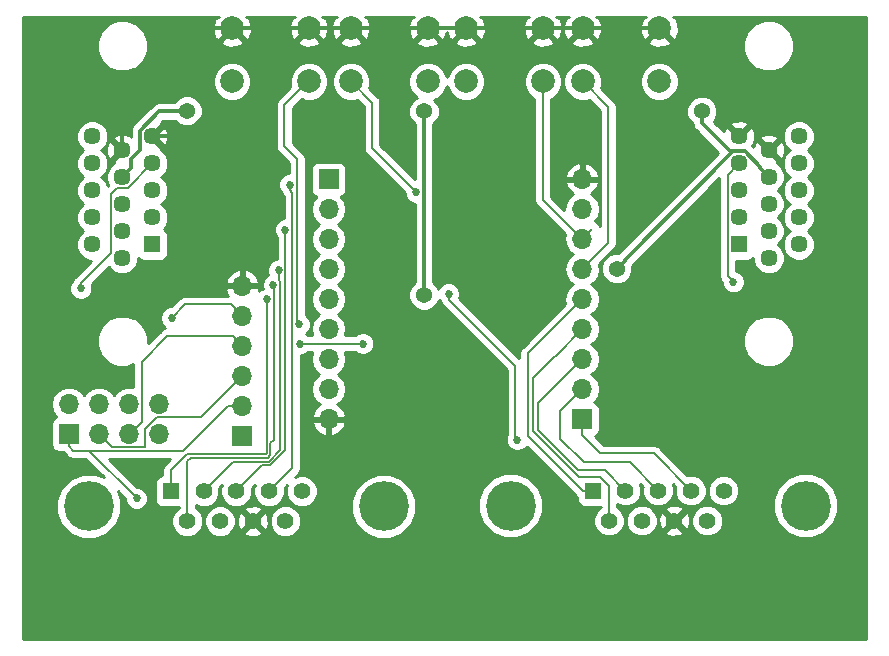
<source format=gbr>
%TF.GenerationSoftware,KiCad,Pcbnew,(5.0.1-3-g963ef8bb5)*%
%TF.CreationDate,2019-01-11T00:28:31-08:00*%
%TF.ProjectId,vga_i2c,7667615F6932632E6B696361645F7063,rev?*%
%TF.SameCoordinates,Original*%
%TF.FileFunction,Copper,L2,Bot,Signal*%
%TF.FilePolarity,Positive*%
%FSLAX46Y46*%
G04 Gerber Fmt 4.6, Leading zero omitted, Abs format (unit mm)*
G04 Created by KiCad (PCBNEW (5.0.1-3-g963ef8bb5)) date Friday, January 11, 2019 at 12:28:31 AM*
%MOMM*%
%LPD*%
G01*
G04 APERTURE LIST*
%ADD10O,1.700000X1.700000*%
%ADD11R,1.700000X1.700000*%
%ADD12C,4.216000*%
%ADD13C,1.408000*%
%ADD14R,1.408000X1.408000*%
%ADD15R,1.447800X1.447800*%
%ADD16C,1.447800*%
%ADD17C,2.000000*%
%ADD18C,1.371600*%
%ADD19C,0.685800*%
%ADD20C,0.304800*%
%ADD21C,0.152400*%
%ADD22C,0.254000*%
G04 APERTURE END LIST*
D10*
X95313500Y-68326000D03*
X95313500Y-70866000D03*
X95313500Y-73406000D03*
X95313500Y-75946000D03*
X95313500Y-78486000D03*
X95313500Y-81026000D03*
X95313500Y-83566000D03*
X95313500Y-86106000D03*
D11*
X95313500Y-88646000D03*
D12*
X114247400Y-95961200D03*
X89257400Y-95961200D03*
D13*
X105907400Y-97231200D03*
X103137400Y-97231200D03*
X100367400Y-97231200D03*
X97597400Y-97231200D03*
X107292400Y-94691200D03*
X104522400Y-94691200D03*
X101752400Y-94691200D03*
X98982400Y-94691200D03*
D14*
X96212400Y-94691200D03*
X60500000Y-94742000D03*
D13*
X63270000Y-94742000D03*
X66040000Y-94742000D03*
X68810000Y-94742000D03*
X71580000Y-94742000D03*
X61885000Y-97282000D03*
X64655000Y-97282000D03*
X67425000Y-97282000D03*
X70195000Y-97282000D03*
D12*
X53545000Y-96012000D03*
X78535000Y-96012000D03*
D15*
X108585000Y-73850500D03*
D16*
X108585000Y-71564500D03*
X108585000Y-69278500D03*
X108585000Y-66992500D03*
X108585000Y-64706500D03*
X111125000Y-74993500D03*
X111125000Y-72707500D03*
X111125000Y-70421500D03*
X111125000Y-68135500D03*
X111125000Y-65849500D03*
X113665000Y-73850500D03*
X113665000Y-71564500D03*
X113665000Y-69278500D03*
X113665000Y-66992500D03*
X113665000Y-64706500D03*
D17*
X85498800Y-60045600D03*
X85498800Y-55545600D03*
X91998800Y-60045600D03*
X91998800Y-55545600D03*
D10*
X66548000Y-77343000D03*
X66548000Y-79883000D03*
X66548000Y-82423000D03*
X66548000Y-84963000D03*
X66548000Y-87503000D03*
D11*
X66548000Y-90043000D03*
D10*
X59486800Y-87376000D03*
X59486800Y-89916000D03*
X56946800Y-87376000D03*
X56946800Y-89916000D03*
X54406800Y-87376000D03*
X54406800Y-89916000D03*
X51866800Y-87376000D03*
D11*
X51866800Y-89916000D03*
D16*
X53848000Y-64706500D03*
X53848000Y-66992500D03*
X53848000Y-69278500D03*
X53848000Y-71564500D03*
X53848000Y-73850500D03*
X56388000Y-65849500D03*
X56388000Y-68135500D03*
X56388000Y-70421500D03*
X56388000Y-72707500D03*
X56388000Y-74993500D03*
X58928000Y-64706500D03*
X58928000Y-66992500D03*
X58928000Y-69278500D03*
X58928000Y-71564500D03*
D15*
X58928000Y-73850500D03*
D17*
X72186800Y-55545600D03*
X72186800Y-60045600D03*
X65686800Y-55545600D03*
X65686800Y-60045600D03*
X82245200Y-55545600D03*
X82245200Y-60045600D03*
X75745200Y-55545600D03*
X75745200Y-60045600D03*
X101854000Y-55545600D03*
X101854000Y-60045600D03*
X95354000Y-55545600D03*
X95354000Y-60045600D03*
D10*
X73850500Y-88646000D03*
X73850500Y-86106000D03*
X73850500Y-83566000D03*
X73850500Y-81026000D03*
X73850500Y-78486000D03*
X73850500Y-75946000D03*
X73850500Y-73406000D03*
X73850500Y-70866000D03*
D11*
X73850500Y-68326000D03*
D18*
X79705200Y-89154000D03*
X112877600Y-91338400D03*
X77063600Y-80264000D03*
X86156800Y-83718400D03*
X61874400Y-62534800D03*
X105460800Y-62585600D03*
X81940400Y-78130400D03*
X81940400Y-62585600D03*
X98247200Y-75895200D03*
D19*
X52882800Y-77571600D03*
X108102400Y-77012800D03*
X76758800Y-82245200D03*
X60565401Y-80072601D03*
X71475600Y-82245200D03*
X57607200Y-95351600D03*
X81280000Y-69443600D03*
X69189600Y-77266800D03*
X70561200Y-68783200D03*
X70205600Y-72593200D03*
X69623688Y-76024488D03*
X68630800Y-78486000D03*
X71348601Y-80619600D03*
X84023200Y-78028800D03*
X89814400Y-90373200D03*
D20*
X65686800Y-55545600D02*
X72186800Y-55545600D01*
X73601013Y-55545600D02*
X75745200Y-55545600D01*
X72186800Y-55545600D02*
X73601013Y-55545600D01*
X75745200Y-55545600D02*
X82245200Y-55545600D01*
X83659413Y-55545600D02*
X85498800Y-55545600D01*
X82245200Y-55545600D02*
X83659413Y-55545600D01*
X86913013Y-55545600D02*
X91998800Y-55545600D01*
X85498800Y-55545600D02*
X86913013Y-55545600D01*
X93413013Y-55545600D02*
X95354000Y-55545600D01*
X91998800Y-55545600D02*
X93413013Y-55545600D01*
X96768213Y-55545600D02*
X101854000Y-55545600D01*
X95354000Y-55545600D02*
X96768213Y-55545600D01*
X56388000Y-64825751D02*
X56388000Y-65849500D01*
X56388000Y-63430187D02*
X56388000Y-64825751D01*
X64272587Y-55545600D02*
X56388000Y-63430187D01*
X65686800Y-55545600D02*
X64272587Y-55545600D01*
X62865001Y-58367399D02*
X62865001Y-61036201D01*
X65686800Y-55545600D02*
X62865001Y-58367399D01*
X62865001Y-61036201D02*
X64058800Y-62230000D01*
X61582300Y-64706500D02*
X58928000Y-64706500D01*
X64058800Y-62230000D02*
X61582300Y-64706500D01*
X57111899Y-67411601D02*
X57111899Y-67286123D01*
X56388000Y-68135500D02*
X57111899Y-67411601D01*
X57899299Y-64212723D02*
X59526422Y-62585600D01*
X57899299Y-65860679D02*
X57899299Y-64212723D01*
X57111899Y-66648079D02*
X57899299Y-65860679D01*
X57111899Y-67411601D02*
X57111899Y-66648079D01*
X61823600Y-62585600D02*
X61874400Y-62534800D01*
X59526422Y-62585600D02*
X61823600Y-62585600D01*
X110401101Y-67411601D02*
X111125000Y-68135500D01*
X110401101Y-67286123D02*
X110401101Y-67411601D01*
X109078777Y-65963799D02*
X110401101Y-67286123D01*
X107869132Y-65963799D02*
X109078777Y-65963799D01*
X105460800Y-63555467D02*
X107869132Y-65963799D01*
X105460800Y-62585600D02*
X105460800Y-63555467D01*
X81940400Y-78130400D02*
X81940400Y-62585600D01*
X98932999Y-75122023D02*
X108091223Y-65963799D01*
X98932999Y-75209401D02*
X98932999Y-75122023D01*
X98247200Y-75895200D02*
X98932999Y-75209401D01*
D21*
X56832499Y-69088001D02*
X58928000Y-66992500D01*
X55930799Y-69088001D02*
X56832499Y-69088001D01*
X55435499Y-69583301D02*
X55930799Y-69088001D01*
X55435499Y-74533968D02*
X55435499Y-69583301D01*
X52882800Y-77086667D02*
X55435499Y-74533968D01*
X52882800Y-77571600D02*
X52882800Y-77086667D01*
X65698001Y-85812999D02*
X66548000Y-84963000D01*
X63056399Y-88454601D02*
X65698001Y-85812999D01*
X59351869Y-88454601D02*
X63056399Y-88454601D01*
X58306599Y-89499871D02*
X59351869Y-88454601D01*
X58306599Y-90994601D02*
X58306599Y-89499871D01*
X55485401Y-90994601D02*
X58306599Y-90994601D01*
X54406800Y-89916000D02*
X55485401Y-90994601D01*
X107632499Y-76542899D02*
X108102400Y-77012800D01*
X107632499Y-67945001D02*
X107632499Y-76542899D01*
X108585000Y-66992500D02*
X107632499Y-67945001D01*
X65722500Y-81597500D02*
X66548000Y-82423000D01*
X60185300Y-81597500D02*
X65722500Y-81597500D01*
X58025401Y-88837399D02*
X58025401Y-83757399D01*
X56946800Y-89916000D02*
X58025401Y-88837399D01*
X58025401Y-83757399D02*
X60185300Y-81597500D01*
X65573000Y-78908000D02*
X66548000Y-79883000D01*
X61730002Y-78908000D02*
X65573000Y-78908000D01*
X76758800Y-82254030D02*
X76758800Y-82245200D01*
X60565401Y-80072601D02*
X61730002Y-78908000D01*
X71475600Y-82245200D02*
X76758800Y-82245200D01*
X95356000Y-94691200D02*
X90728800Y-90064000D01*
X96212400Y-94691200D02*
X95356000Y-94691200D01*
X90728800Y-83070700D02*
X95313500Y-78486000D01*
X90728800Y-90064000D02*
X90728800Y-83070700D01*
X94463501Y-84415999D02*
X95313500Y-83566000D01*
X98982400Y-94691200D02*
X97255200Y-92964000D01*
X94996000Y-92964000D02*
X91592400Y-89560400D01*
X97255200Y-92964000D02*
X94996000Y-92964000D01*
X91592400Y-87287100D02*
X94463501Y-84415999D01*
X91592400Y-89560400D02*
X91592400Y-87287100D01*
X99364800Y-92303600D02*
X101752400Y-94691200D01*
X93433900Y-90284300D02*
X95453200Y-92303600D01*
X95453200Y-92303600D02*
X99364800Y-92303600D01*
X93433900Y-87985600D02*
X93433900Y-90284300D01*
X95313500Y-86106000D02*
X93433900Y-87985600D01*
X95313500Y-88987500D02*
X95313500Y-88646000D01*
X104522400Y-94691200D02*
X101372800Y-91541600D01*
X101372800Y-91541600D02*
X96875600Y-91541600D01*
X95313500Y-89979500D02*
X95313500Y-88646000D01*
X96875600Y-91541600D02*
X95313500Y-89979500D01*
X97597400Y-94256718D02*
X97597400Y-97231200D01*
X96863482Y-93522800D02*
X97597400Y-94256718D01*
X95097600Y-93522800D02*
X96863482Y-93522800D01*
X95313500Y-81026000D02*
X93078300Y-83261200D01*
X93065600Y-83261200D02*
X91186000Y-85140800D01*
X91186000Y-89611200D02*
X95097600Y-93522800D01*
X91186000Y-85140800D02*
X91186000Y-89611200D01*
X93078300Y-83261200D02*
X93065600Y-83261200D01*
X65345919Y-87503000D02*
X66548000Y-87503000D01*
X61549508Y-91299411D02*
X65345919Y-87503000D01*
X51866800Y-90918400D02*
X52247811Y-91299411D01*
X51866800Y-89916000D02*
X51866800Y-90918400D01*
X53555011Y-91299411D02*
X53390800Y-91299411D01*
X57607200Y-95351600D02*
X53555011Y-91299411D01*
X53390800Y-91299411D02*
X61549508Y-91299411D01*
X52247811Y-91299411D02*
X53390800Y-91299411D01*
X77538400Y-61838800D02*
X75745200Y-60045600D01*
X77538400Y-65702000D02*
X77538400Y-61838800D01*
X77538400Y-65702000D02*
X81280000Y-69443600D01*
X61885000Y-97282000D02*
X61885000Y-92191400D01*
X68706257Y-91897209D02*
X68935610Y-91667856D01*
X62179190Y-91897210D02*
X68706257Y-91897209D01*
X61885000Y-92191400D02*
X62179190Y-91897210D01*
X68935610Y-91667856D02*
X68935610Y-90678000D01*
X69202301Y-77279501D02*
X69189600Y-77266800D01*
X69202301Y-90411309D02*
X69202301Y-77279501D01*
X68935610Y-90678000D02*
X69202301Y-90411309D01*
X70777101Y-92774899D02*
X68810000Y-94742000D01*
X70777101Y-69484034D02*
X70777101Y-92774899D01*
X70561200Y-69268133D02*
X70777101Y-69484034D01*
X70561200Y-68783200D02*
X70561200Y-69268133D01*
X68907987Y-92557609D02*
X70205600Y-91259996D01*
X68224390Y-92557610D02*
X68907987Y-92557609D01*
X66040000Y-94742000D02*
X68224390Y-92557610D01*
X70205600Y-91259996D02*
X70205600Y-72593200D01*
X65759200Y-92252800D02*
X63270000Y-94742000D01*
X68781730Y-92252800D02*
X65759200Y-92252800D01*
X69761101Y-76992479D02*
X69761101Y-91273429D01*
X69761101Y-91273429D02*
X68781730Y-92252800D01*
X69623688Y-76855066D02*
X69623688Y-76024488D01*
X69761101Y-76992479D02*
X69623688Y-76855066D01*
X61874400Y-91592400D02*
X60500000Y-92966800D01*
X68580000Y-91592400D02*
X61874400Y-91592400D01*
X60500000Y-92966800D02*
X60500000Y-94742000D01*
X68630800Y-91541600D02*
X68580000Y-91592400D01*
X68630800Y-78486000D02*
X68630800Y-91541600D01*
X72092400Y-60045600D02*
X72186800Y-60045600D01*
X70104000Y-62034000D02*
X72092400Y-60045600D01*
X70104000Y-65532000D02*
X70104000Y-62034000D01*
X70104000Y-65532000D02*
X71221600Y-66649600D01*
X71221600Y-80492599D02*
X71348601Y-80619600D01*
X71221600Y-66649600D02*
X71221600Y-80492599D01*
X95354000Y-60388500D02*
X95354000Y-60045600D01*
X95313500Y-75946000D02*
X97548700Y-73710800D01*
X97548700Y-62240300D02*
X95354000Y-60045600D01*
X97548700Y-73710800D02*
X97548700Y-62240300D01*
X91879000Y-60045600D02*
X91998800Y-60045600D01*
X96163499Y-72556001D02*
X95313500Y-73406000D01*
X91998800Y-70091300D02*
X91998800Y-60045600D01*
X95313500Y-73406000D02*
X91998800Y-70091300D01*
X84023200Y-78513733D02*
X89662000Y-84152533D01*
X84023200Y-78028800D02*
X84023200Y-78513733D01*
X89662000Y-90220800D02*
X89814400Y-90373200D01*
X89662000Y-84152533D02*
X89662000Y-90220800D01*
D22*
G36*
X64534266Y-54572674D02*
X64267413Y-54671336D01*
X64040892Y-55281061D01*
X64064944Y-55931060D01*
X64267413Y-56419864D01*
X64534268Y-56518527D01*
X65507195Y-55545600D01*
X65493053Y-55531458D01*
X65672658Y-55351853D01*
X65686800Y-55365995D01*
X65700943Y-55351853D01*
X65880548Y-55531458D01*
X65866405Y-55545600D01*
X66839332Y-56518527D01*
X67106187Y-56419864D01*
X67332708Y-55810139D01*
X67308656Y-55160140D01*
X67106187Y-54671336D01*
X66839334Y-54572674D01*
X66854008Y-54558000D01*
X71019592Y-54558000D01*
X71034266Y-54572674D01*
X70767413Y-54671336D01*
X70540892Y-55281061D01*
X70564944Y-55931060D01*
X70767413Y-56419864D01*
X71034268Y-56518527D01*
X72007195Y-55545600D01*
X71993053Y-55531458D01*
X72172658Y-55351853D01*
X72186800Y-55365995D01*
X72200943Y-55351853D01*
X72380548Y-55531458D01*
X72366405Y-55545600D01*
X73339332Y-56518527D01*
X73606187Y-56419864D01*
X73832708Y-55810139D01*
X73808656Y-55160140D01*
X73606187Y-54671336D01*
X73339334Y-54572674D01*
X73354008Y-54558000D01*
X74577992Y-54558000D01*
X74592666Y-54572674D01*
X74325813Y-54671336D01*
X74099292Y-55281061D01*
X74123344Y-55931060D01*
X74325813Y-56419864D01*
X74592668Y-56518527D01*
X75565595Y-55545600D01*
X75551453Y-55531458D01*
X75731058Y-55351853D01*
X75745200Y-55365995D01*
X75759343Y-55351853D01*
X75938948Y-55531458D01*
X75924805Y-55545600D01*
X76897732Y-56518527D01*
X77164587Y-56419864D01*
X77391108Y-55810139D01*
X77367056Y-55160140D01*
X77164587Y-54671336D01*
X76897734Y-54572674D01*
X76912408Y-54558000D01*
X81077992Y-54558000D01*
X81092666Y-54572674D01*
X80825813Y-54671336D01*
X80599292Y-55281061D01*
X80623344Y-55931060D01*
X80825813Y-56419864D01*
X81092668Y-56518527D01*
X82065595Y-55545600D01*
X82051453Y-55531458D01*
X82231058Y-55351853D01*
X82245200Y-55365995D01*
X82259343Y-55351853D01*
X82438948Y-55531458D01*
X82424805Y-55545600D01*
X83397732Y-56518527D01*
X83664587Y-56419864D01*
X83874158Y-55855764D01*
X83876944Y-55931060D01*
X84079413Y-56419864D01*
X84346268Y-56518527D01*
X85319195Y-55545600D01*
X85305053Y-55531458D01*
X85484658Y-55351853D01*
X85498800Y-55365995D01*
X85512943Y-55351853D01*
X85692548Y-55531458D01*
X85678405Y-55545600D01*
X86651332Y-56518527D01*
X86918187Y-56419864D01*
X87144708Y-55810139D01*
X87120656Y-55160140D01*
X86918187Y-54671336D01*
X86651334Y-54572674D01*
X86666008Y-54558000D01*
X90831592Y-54558000D01*
X90846266Y-54572674D01*
X90579413Y-54671336D01*
X90352892Y-55281061D01*
X90376944Y-55931060D01*
X90579413Y-56419864D01*
X90846268Y-56518527D01*
X91819195Y-55545600D01*
X91805053Y-55531458D01*
X91984658Y-55351853D01*
X91998800Y-55365995D01*
X92012943Y-55351853D01*
X92192548Y-55531458D01*
X92178405Y-55545600D01*
X93151332Y-56518527D01*
X93418187Y-56419864D01*
X93644708Y-55810139D01*
X93620656Y-55160140D01*
X93418187Y-54671336D01*
X93151334Y-54572674D01*
X93166008Y-54558000D01*
X94186792Y-54558000D01*
X94201466Y-54572674D01*
X93934613Y-54671336D01*
X93708092Y-55281061D01*
X93732144Y-55931060D01*
X93934613Y-56419864D01*
X94201468Y-56518527D01*
X95174395Y-55545600D01*
X95160253Y-55531458D01*
X95339858Y-55351853D01*
X95354000Y-55365995D01*
X95368143Y-55351853D01*
X95547748Y-55531458D01*
X95533605Y-55545600D01*
X96506532Y-56518527D01*
X96773387Y-56419864D01*
X96999908Y-55810139D01*
X96975856Y-55160140D01*
X96773387Y-54671336D01*
X96506534Y-54572674D01*
X96521208Y-54558000D01*
X100686792Y-54558000D01*
X100701466Y-54572674D01*
X100434613Y-54671336D01*
X100208092Y-55281061D01*
X100232144Y-55931060D01*
X100434613Y-56419864D01*
X100701468Y-56518527D01*
X101674395Y-55545600D01*
X101660253Y-55531458D01*
X101839858Y-55351853D01*
X101854000Y-55365995D01*
X101868143Y-55351853D01*
X102047748Y-55531458D01*
X102033605Y-55545600D01*
X103006532Y-56518527D01*
X103273387Y-56419864D01*
X103499908Y-55810139D01*
X103475856Y-55160140D01*
X103273387Y-54671336D01*
X103006534Y-54572674D01*
X103021208Y-54558000D01*
X119381201Y-54558000D01*
X119381200Y-107240000D01*
X47954000Y-107240000D01*
X47954000Y-87376000D01*
X50352708Y-87376000D01*
X50467961Y-87955418D01*
X50796175Y-88446625D01*
X50814419Y-88458816D01*
X50769035Y-88467843D01*
X50558991Y-88608191D01*
X50418643Y-88818235D01*
X50369360Y-89066000D01*
X50369360Y-90766000D01*
X50418643Y-91013765D01*
X50558991Y-91223809D01*
X50769035Y-91364157D01*
X51016800Y-91413440D01*
X51342224Y-91413440D01*
X51354055Y-91431146D01*
X51413434Y-91470822D01*
X51695387Y-91752775D01*
X51735065Y-91812157D01*
X51970315Y-91969347D01*
X52177765Y-92010611D01*
X52177769Y-92010611D01*
X52247811Y-92024543D01*
X52317853Y-92010611D01*
X53260423Y-92010611D01*
X54821591Y-93571779D01*
X54090617Y-93269000D01*
X52999383Y-93269000D01*
X51991215Y-93686597D01*
X51219597Y-94458215D01*
X50802000Y-95466383D01*
X50802000Y-96557617D01*
X51219597Y-97565785D01*
X51991215Y-98337403D01*
X52999383Y-98755000D01*
X54090617Y-98755000D01*
X55098785Y-98337403D01*
X55870403Y-97565785D01*
X56288000Y-96557617D01*
X56288000Y-95466383D01*
X55985221Y-94735409D01*
X56629300Y-95379489D01*
X56629300Y-95546116D01*
X56778177Y-95905536D01*
X57053264Y-96180623D01*
X57412684Y-96329500D01*
X57801716Y-96329500D01*
X58161136Y-96180623D01*
X58436223Y-95905536D01*
X58585100Y-95546116D01*
X58585100Y-95157084D01*
X58436223Y-94797664D01*
X58161136Y-94522577D01*
X57801716Y-94373700D01*
X57635089Y-94373700D01*
X55271999Y-92010611D01*
X60450401Y-92010611D01*
X60046634Y-92414378D01*
X59987254Y-92454055D01*
X59947578Y-92513434D01*
X59947576Y-92513436D01*
X59902367Y-92581096D01*
X59830064Y-92689305D01*
X59788800Y-92896755D01*
X59788800Y-92896759D01*
X59774868Y-92966800D01*
X59788800Y-93036842D01*
X59788800Y-93391992D01*
X59548235Y-93439843D01*
X59338191Y-93580191D01*
X59197843Y-93790235D01*
X59148560Y-94038000D01*
X59148560Y-95446000D01*
X59197843Y-95693765D01*
X59338191Y-95903809D01*
X59548235Y-96044157D01*
X59796000Y-96093440D01*
X61173800Y-96093440D01*
X61173800Y-96127265D01*
X61126517Y-96146850D01*
X60749850Y-96523517D01*
X60546000Y-97015656D01*
X60546000Y-97548344D01*
X60749850Y-98040483D01*
X61126517Y-98417150D01*
X61618656Y-98621000D01*
X62151344Y-98621000D01*
X62643483Y-98417150D01*
X63020150Y-98040483D01*
X63224000Y-97548344D01*
X63224000Y-97015656D01*
X63316000Y-97015656D01*
X63316000Y-97548344D01*
X63519850Y-98040483D01*
X63896517Y-98417150D01*
X64388656Y-98621000D01*
X64921344Y-98621000D01*
X65413483Y-98417150D01*
X65610458Y-98220175D01*
X66666430Y-98220175D01*
X66728761Y-98456356D01*
X67231166Y-98633402D01*
X67763079Y-98604710D01*
X68121239Y-98456356D01*
X68183570Y-98220175D01*
X67425000Y-97461605D01*
X66666430Y-98220175D01*
X65610458Y-98220175D01*
X65790150Y-98040483D01*
X65994000Y-97548344D01*
X65994000Y-97088166D01*
X66073598Y-97088166D01*
X66102290Y-97620079D01*
X66250644Y-97978239D01*
X66486825Y-98040570D01*
X67245395Y-97282000D01*
X67604605Y-97282000D01*
X68363175Y-98040570D01*
X68599356Y-97978239D01*
X68776402Y-97475834D01*
X68751580Y-97015656D01*
X68856000Y-97015656D01*
X68856000Y-97548344D01*
X69059850Y-98040483D01*
X69436517Y-98417150D01*
X69928656Y-98621000D01*
X70461344Y-98621000D01*
X70953483Y-98417150D01*
X71330150Y-98040483D01*
X71534000Y-97548344D01*
X71534000Y-97015656D01*
X71330150Y-96523517D01*
X70953483Y-96146850D01*
X70461344Y-95943000D01*
X69928656Y-95943000D01*
X69436517Y-96146850D01*
X69059850Y-96523517D01*
X68856000Y-97015656D01*
X68751580Y-97015656D01*
X68747710Y-96943921D01*
X68599356Y-96585761D01*
X68363175Y-96523430D01*
X67604605Y-97282000D01*
X67245395Y-97282000D01*
X66486825Y-96523430D01*
X66250644Y-96585761D01*
X66073598Y-97088166D01*
X65994000Y-97088166D01*
X65994000Y-97015656D01*
X65790150Y-96523517D01*
X65610458Y-96343825D01*
X66666430Y-96343825D01*
X67425000Y-97102395D01*
X68183570Y-96343825D01*
X68121239Y-96107644D01*
X67618834Y-95930598D01*
X67086921Y-95959290D01*
X66728761Y-96107644D01*
X66666430Y-96343825D01*
X65610458Y-96343825D01*
X65413483Y-96146850D01*
X64921344Y-95943000D01*
X64388656Y-95943000D01*
X63896517Y-96146850D01*
X63519850Y-96523517D01*
X63316000Y-97015656D01*
X63224000Y-97015656D01*
X63020150Y-96523517D01*
X62643483Y-96146850D01*
X62596200Y-96127265D01*
X62596200Y-95912227D01*
X63003656Y-96081000D01*
X63536344Y-96081000D01*
X64028483Y-95877150D01*
X64405150Y-95500483D01*
X64609000Y-95008344D01*
X64609000Y-94475656D01*
X64589415Y-94428373D01*
X64813336Y-94204453D01*
X64701000Y-94475656D01*
X64701000Y-95008344D01*
X64904850Y-95500483D01*
X65281517Y-95877150D01*
X65773656Y-96081000D01*
X66306344Y-96081000D01*
X66798483Y-95877150D01*
X67175150Y-95500483D01*
X67379000Y-95008344D01*
X67379000Y-94475656D01*
X67359415Y-94428373D01*
X67583336Y-94204453D01*
X67471000Y-94475656D01*
X67471000Y-95008344D01*
X67674850Y-95500483D01*
X68051517Y-95877150D01*
X68543656Y-96081000D01*
X69076344Y-96081000D01*
X69568483Y-95877150D01*
X69945150Y-95500483D01*
X70149000Y-95008344D01*
X70149000Y-94475656D01*
X70129415Y-94428373D01*
X70353336Y-94204453D01*
X70241000Y-94475656D01*
X70241000Y-95008344D01*
X70444850Y-95500483D01*
X70821517Y-95877150D01*
X71313656Y-96081000D01*
X71846344Y-96081000D01*
X72338483Y-95877150D01*
X72715150Y-95500483D01*
X72729274Y-95466383D01*
X75792000Y-95466383D01*
X75792000Y-96557617D01*
X76209597Y-97565785D01*
X76981215Y-98337403D01*
X77989383Y-98755000D01*
X79080617Y-98755000D01*
X80088785Y-98337403D01*
X80860403Y-97565785D01*
X81278000Y-96557617D01*
X81278000Y-95466383D01*
X81256958Y-95415583D01*
X86514400Y-95415583D01*
X86514400Y-96506817D01*
X86931997Y-97514985D01*
X87703615Y-98286603D01*
X88711783Y-98704200D01*
X89803017Y-98704200D01*
X90811185Y-98286603D01*
X91582803Y-97514985D01*
X92000400Y-96506817D01*
X92000400Y-95415583D01*
X91582803Y-94407415D01*
X90811185Y-93635797D01*
X89803017Y-93218200D01*
X88711783Y-93218200D01*
X87703615Y-93635797D01*
X86931997Y-94407415D01*
X86514400Y-95415583D01*
X81256958Y-95415583D01*
X80860403Y-94458215D01*
X80088785Y-93686597D01*
X79080617Y-93269000D01*
X77989383Y-93269000D01*
X76981215Y-93686597D01*
X76209597Y-94458215D01*
X75792000Y-95466383D01*
X72729274Y-95466383D01*
X72919000Y-95008344D01*
X72919000Y-94475656D01*
X72715150Y-93983517D01*
X72338483Y-93606850D01*
X71846344Y-93403000D01*
X71313656Y-93403000D01*
X71042453Y-93515335D01*
X71230468Y-93327321D01*
X71289847Y-93287645D01*
X71329523Y-93228266D01*
X71329525Y-93228264D01*
X71447036Y-93052396D01*
X71447037Y-93052395D01*
X71488301Y-92844945D01*
X71488301Y-92844941D01*
X71502233Y-92774899D01*
X71488301Y-92704857D01*
X71488301Y-89002890D01*
X72409024Y-89002890D01*
X72578855Y-89412924D01*
X72969142Y-89841183D01*
X73493608Y-90087486D01*
X73723500Y-89966819D01*
X73723500Y-88773000D01*
X73977500Y-88773000D01*
X73977500Y-89966819D01*
X74207392Y-90087486D01*
X74731858Y-89841183D01*
X75122145Y-89412924D01*
X75291976Y-89002890D01*
X75170655Y-88773000D01*
X73977500Y-88773000D01*
X73723500Y-88773000D01*
X72530345Y-88773000D01*
X72409024Y-89002890D01*
X71488301Y-89002890D01*
X71488301Y-83223100D01*
X71670116Y-83223100D01*
X72029536Y-83074223D01*
X72147359Y-82956400D01*
X72471828Y-82956400D01*
X72451661Y-82986582D01*
X72336408Y-83566000D01*
X72451661Y-84145418D01*
X72779875Y-84636625D01*
X73078261Y-84836000D01*
X72779875Y-85035375D01*
X72451661Y-85526582D01*
X72336408Y-86106000D01*
X72451661Y-86685418D01*
X72779875Y-87176625D01*
X73098978Y-87389843D01*
X72969142Y-87450817D01*
X72578855Y-87879076D01*
X72409024Y-88289110D01*
X72530345Y-88519000D01*
X73723500Y-88519000D01*
X73723500Y-88499000D01*
X73977500Y-88499000D01*
X73977500Y-88519000D01*
X75170655Y-88519000D01*
X75291976Y-88289110D01*
X75122145Y-87879076D01*
X74731858Y-87450817D01*
X74602022Y-87389843D01*
X74921125Y-87176625D01*
X75249339Y-86685418D01*
X75364592Y-86106000D01*
X75249339Y-85526582D01*
X74921125Y-85035375D01*
X74622739Y-84836000D01*
X74921125Y-84636625D01*
X75249339Y-84145418D01*
X75364592Y-83566000D01*
X75249339Y-82986582D01*
X75229172Y-82956400D01*
X76087041Y-82956400D01*
X76204864Y-83074223D01*
X76564284Y-83223100D01*
X76953316Y-83223100D01*
X77312736Y-83074223D01*
X77587823Y-82799136D01*
X77736700Y-82439716D01*
X77736700Y-82050684D01*
X77587823Y-81691264D01*
X77312736Y-81416177D01*
X76953316Y-81267300D01*
X76564284Y-81267300D01*
X76204864Y-81416177D01*
X76087041Y-81534000D01*
X75263545Y-81534000D01*
X75364592Y-81026000D01*
X75249339Y-80446582D01*
X74921125Y-79955375D01*
X74622739Y-79756000D01*
X74921125Y-79556625D01*
X75249339Y-79065418D01*
X75364592Y-78486000D01*
X75249339Y-77906582D01*
X74921125Y-77415375D01*
X74622739Y-77216000D01*
X74921125Y-77016625D01*
X75249339Y-76525418D01*
X75364592Y-75946000D01*
X75249339Y-75366582D01*
X74921125Y-74875375D01*
X74622739Y-74676000D01*
X74921125Y-74476625D01*
X75249339Y-73985418D01*
X75364592Y-73406000D01*
X75249339Y-72826582D01*
X74921125Y-72335375D01*
X74622739Y-72136000D01*
X74921125Y-71936625D01*
X75249339Y-71445418D01*
X75364592Y-70866000D01*
X75249339Y-70286582D01*
X74921125Y-69795375D01*
X74902881Y-69783184D01*
X74948265Y-69774157D01*
X75158309Y-69633809D01*
X75298657Y-69423765D01*
X75347940Y-69176000D01*
X75347940Y-67476000D01*
X75298657Y-67228235D01*
X75158309Y-67018191D01*
X74948265Y-66877843D01*
X74700500Y-66828560D01*
X73000500Y-66828560D01*
X72752735Y-66877843D01*
X72542691Y-67018191D01*
X72402343Y-67228235D01*
X72353060Y-67476000D01*
X72353060Y-69176000D01*
X72402343Y-69423765D01*
X72542691Y-69633809D01*
X72752735Y-69774157D01*
X72798119Y-69783184D01*
X72779875Y-69795375D01*
X72451661Y-70286582D01*
X72336408Y-70866000D01*
X72451661Y-71445418D01*
X72779875Y-71936625D01*
X73078261Y-72136000D01*
X72779875Y-72335375D01*
X72451661Y-72826582D01*
X72336408Y-73406000D01*
X72451661Y-73985418D01*
X72779875Y-74476625D01*
X73078261Y-74676000D01*
X72779875Y-74875375D01*
X72451661Y-75366582D01*
X72336408Y-75946000D01*
X72451661Y-76525418D01*
X72779875Y-77016625D01*
X73078261Y-77216000D01*
X72779875Y-77415375D01*
X72451661Y-77906582D01*
X72336408Y-78486000D01*
X72451661Y-79065418D01*
X72779875Y-79556625D01*
X73078261Y-79756000D01*
X72779875Y-79955375D01*
X72451661Y-80446582D01*
X72336408Y-81026000D01*
X72437455Y-81534000D01*
X72147359Y-81534000D01*
X72029536Y-81416177D01*
X71962677Y-81388483D01*
X72177624Y-81173536D01*
X72326501Y-80814116D01*
X72326501Y-80425084D01*
X72177624Y-80065664D01*
X71932800Y-79820840D01*
X71932800Y-66719641D01*
X71946732Y-66649599D01*
X71932800Y-66579555D01*
X71932800Y-66579554D01*
X71891536Y-66372104D01*
X71885198Y-66362618D01*
X71774024Y-66196235D01*
X71774020Y-66196231D01*
X71734345Y-66136854D01*
X71674969Y-66097180D01*
X70815200Y-65237412D01*
X70815200Y-62328588D01*
X71579874Y-61563914D01*
X71861578Y-61680600D01*
X72512022Y-61680600D01*
X73112953Y-61431686D01*
X73572886Y-60971753D01*
X73821800Y-60370822D01*
X73821800Y-59720378D01*
X74110200Y-59720378D01*
X74110200Y-60370822D01*
X74359114Y-60971753D01*
X74819047Y-61431686D01*
X75419978Y-61680600D01*
X76070422Y-61680600D01*
X76285375Y-61591564D01*
X76827201Y-62133390D01*
X76827200Y-65631958D01*
X76813268Y-65702000D01*
X76827200Y-65772041D01*
X76827200Y-65772045D01*
X76868464Y-65979495D01*
X76868465Y-65979496D01*
X76985976Y-66155364D01*
X76985978Y-66155366D01*
X77025654Y-66214745D01*
X77085034Y-66254422D01*
X80302100Y-69471489D01*
X80302100Y-69638116D01*
X80450977Y-69997536D01*
X80726064Y-70272623D01*
X81085484Y-70421500D01*
X81153000Y-70421500D01*
X81153000Y-77049907D01*
X80820680Y-77382227D01*
X80619600Y-77867677D01*
X80619600Y-78393123D01*
X80820680Y-78878573D01*
X81192227Y-79250120D01*
X81677677Y-79451200D01*
X82203123Y-79451200D01*
X82688573Y-79250120D01*
X83060120Y-78878573D01*
X83188418Y-78568833D01*
X83194177Y-78582736D01*
X83340996Y-78729555D01*
X83353264Y-78791229D01*
X83407311Y-78872115D01*
X83470776Y-78967097D01*
X83470778Y-78967099D01*
X83510455Y-79026479D01*
X83569834Y-79066155D01*
X88950800Y-84447122D01*
X88950801Y-89902738D01*
X88836500Y-90178684D01*
X88836500Y-90567716D01*
X88985377Y-90927136D01*
X89260464Y-91202223D01*
X89619884Y-91351100D01*
X90008916Y-91351100D01*
X90368336Y-91202223D01*
X90614785Y-90955774D01*
X94803578Y-95144567D01*
X94843254Y-95203946D01*
X94860960Y-95215777D01*
X94860960Y-95395200D01*
X94910243Y-95642965D01*
X95050591Y-95853009D01*
X95260635Y-95993357D01*
X95508400Y-96042640D01*
X96886201Y-96042640D01*
X96886201Y-96076465D01*
X96838917Y-96096050D01*
X96462250Y-96472717D01*
X96258400Y-96964856D01*
X96258400Y-97497544D01*
X96462250Y-97989683D01*
X96838917Y-98366350D01*
X97331056Y-98570200D01*
X97863744Y-98570200D01*
X98355883Y-98366350D01*
X98732550Y-97989683D01*
X98936400Y-97497544D01*
X98936400Y-96964856D01*
X99028400Y-96964856D01*
X99028400Y-97497544D01*
X99232250Y-97989683D01*
X99608917Y-98366350D01*
X100101056Y-98570200D01*
X100633744Y-98570200D01*
X101125883Y-98366350D01*
X101322858Y-98169375D01*
X102378830Y-98169375D01*
X102441161Y-98405556D01*
X102943566Y-98582602D01*
X103475479Y-98553910D01*
X103833639Y-98405556D01*
X103895970Y-98169375D01*
X103137400Y-97410805D01*
X102378830Y-98169375D01*
X101322858Y-98169375D01*
X101502550Y-97989683D01*
X101706400Y-97497544D01*
X101706400Y-97037366D01*
X101785998Y-97037366D01*
X101814690Y-97569279D01*
X101963044Y-97927439D01*
X102199225Y-97989770D01*
X102957795Y-97231200D01*
X103317005Y-97231200D01*
X104075575Y-97989770D01*
X104311756Y-97927439D01*
X104488802Y-97425034D01*
X104463980Y-96964856D01*
X104568400Y-96964856D01*
X104568400Y-97497544D01*
X104772250Y-97989683D01*
X105148917Y-98366350D01*
X105641056Y-98570200D01*
X106173744Y-98570200D01*
X106665883Y-98366350D01*
X107042550Y-97989683D01*
X107246400Y-97497544D01*
X107246400Y-96964856D01*
X107042550Y-96472717D01*
X106665883Y-96096050D01*
X106173744Y-95892200D01*
X105641056Y-95892200D01*
X105148917Y-96096050D01*
X104772250Y-96472717D01*
X104568400Y-96964856D01*
X104463980Y-96964856D01*
X104460110Y-96893121D01*
X104311756Y-96534961D01*
X104075575Y-96472630D01*
X103317005Y-97231200D01*
X102957795Y-97231200D01*
X102199225Y-96472630D01*
X101963044Y-96534961D01*
X101785998Y-97037366D01*
X101706400Y-97037366D01*
X101706400Y-96964856D01*
X101502550Y-96472717D01*
X101322858Y-96293025D01*
X102378830Y-96293025D01*
X103137400Y-97051595D01*
X103895970Y-96293025D01*
X103833639Y-96056844D01*
X103331234Y-95879798D01*
X102799321Y-95908490D01*
X102441161Y-96056844D01*
X102378830Y-96293025D01*
X101322858Y-96293025D01*
X101125883Y-96096050D01*
X100633744Y-95892200D01*
X100101056Y-95892200D01*
X99608917Y-96096050D01*
X99232250Y-96472717D01*
X99028400Y-96964856D01*
X98936400Y-96964856D01*
X98732550Y-96472717D01*
X98355883Y-96096050D01*
X98308600Y-96076465D01*
X98308600Y-95861427D01*
X98716056Y-96030200D01*
X99248744Y-96030200D01*
X99740883Y-95826350D01*
X100117550Y-95449683D01*
X100321400Y-94957544D01*
X100321400Y-94424856D01*
X100209064Y-94153653D01*
X100432985Y-94377574D01*
X100413400Y-94424856D01*
X100413400Y-94957544D01*
X100617250Y-95449683D01*
X100993917Y-95826350D01*
X101486056Y-96030200D01*
X102018744Y-96030200D01*
X102510883Y-95826350D01*
X102887550Y-95449683D01*
X103091400Y-94957544D01*
X103091400Y-94424856D01*
X102979064Y-94153653D01*
X103202985Y-94377574D01*
X103183400Y-94424856D01*
X103183400Y-94957544D01*
X103387250Y-95449683D01*
X103763917Y-95826350D01*
X104256056Y-96030200D01*
X104788744Y-96030200D01*
X105280883Y-95826350D01*
X105657550Y-95449683D01*
X105861400Y-94957544D01*
X105861400Y-94424856D01*
X105953400Y-94424856D01*
X105953400Y-94957544D01*
X106157250Y-95449683D01*
X106533917Y-95826350D01*
X107026056Y-96030200D01*
X107558744Y-96030200D01*
X108050883Y-95826350D01*
X108427550Y-95449683D01*
X108441674Y-95415583D01*
X111504400Y-95415583D01*
X111504400Y-96506817D01*
X111921997Y-97514985D01*
X112693615Y-98286603D01*
X113701783Y-98704200D01*
X114793017Y-98704200D01*
X115801185Y-98286603D01*
X116572803Y-97514985D01*
X116990400Y-96506817D01*
X116990400Y-95415583D01*
X116572803Y-94407415D01*
X115801185Y-93635797D01*
X114793017Y-93218200D01*
X113701783Y-93218200D01*
X112693615Y-93635797D01*
X111921997Y-94407415D01*
X111504400Y-95415583D01*
X108441674Y-95415583D01*
X108631400Y-94957544D01*
X108631400Y-94424856D01*
X108427550Y-93932717D01*
X108050883Y-93556050D01*
X107558744Y-93352200D01*
X107026056Y-93352200D01*
X106533917Y-93556050D01*
X106157250Y-93932717D01*
X105953400Y-94424856D01*
X105861400Y-94424856D01*
X105657550Y-93932717D01*
X105280883Y-93556050D01*
X104788744Y-93352200D01*
X104256056Y-93352200D01*
X104208774Y-93371785D01*
X101925223Y-91088235D01*
X101885546Y-91028854D01*
X101650296Y-90871664D01*
X101442846Y-90830400D01*
X101442841Y-90830400D01*
X101372800Y-90816468D01*
X101302759Y-90830400D01*
X97170189Y-90830400D01*
X96424861Y-90085072D01*
X96621309Y-89953809D01*
X96761657Y-89743765D01*
X96810940Y-89496000D01*
X96810940Y-87796000D01*
X96761657Y-87548235D01*
X96621309Y-87338191D01*
X96411265Y-87197843D01*
X96365881Y-87188816D01*
X96384125Y-87176625D01*
X96712339Y-86685418D01*
X96827592Y-86106000D01*
X96712339Y-85526582D01*
X96384125Y-85035375D01*
X96085739Y-84836000D01*
X96384125Y-84636625D01*
X96712339Y-84145418D01*
X96827592Y-83566000D01*
X96712339Y-82986582D01*
X96384125Y-82495375D01*
X96085739Y-82296000D01*
X96384125Y-82096625D01*
X96712339Y-81605418D01*
X96713446Y-81599848D01*
X108966000Y-81599848D01*
X108966000Y-82458752D01*
X109294688Y-83252275D01*
X109902025Y-83859612D01*
X110695548Y-84188300D01*
X111554452Y-84188300D01*
X112347975Y-83859612D01*
X112955312Y-83252275D01*
X113284000Y-82458752D01*
X113284000Y-81599848D01*
X112955312Y-80806325D01*
X112347975Y-80198988D01*
X111554452Y-79870300D01*
X110695548Y-79870300D01*
X109902025Y-80198988D01*
X109294688Y-80806325D01*
X108966000Y-81599848D01*
X96713446Y-81599848D01*
X96827592Y-81026000D01*
X96712339Y-80446582D01*
X96384125Y-79955375D01*
X96085739Y-79756000D01*
X96384125Y-79556625D01*
X96712339Y-79065418D01*
X96827592Y-78486000D01*
X96712339Y-77906582D01*
X96384125Y-77415375D01*
X96085739Y-77216000D01*
X96384125Y-77016625D01*
X96712339Y-76525418D01*
X96827592Y-75946000D01*
X96765229Y-75632477D01*
X96926400Y-75632477D01*
X96926400Y-76157923D01*
X97127480Y-76643373D01*
X97499027Y-77014920D01*
X97984477Y-77216000D01*
X98509923Y-77216000D01*
X98995373Y-77014920D01*
X99366920Y-76643373D01*
X99568000Y-76157923D01*
X99568000Y-75676338D01*
X99674714Y-75516629D01*
X99680368Y-75488205D01*
X106921299Y-68247275D01*
X106921300Y-76472853D01*
X106907367Y-76542899D01*
X106962564Y-76820395D01*
X107080075Y-76996263D01*
X107080078Y-76996266D01*
X107119754Y-77055645D01*
X107124500Y-77058816D01*
X107124500Y-77207316D01*
X107273377Y-77566736D01*
X107548464Y-77841823D01*
X107907884Y-77990700D01*
X108296916Y-77990700D01*
X108656336Y-77841823D01*
X108931423Y-77566736D01*
X109080300Y-77207316D01*
X109080300Y-76818284D01*
X108931423Y-76458864D01*
X108656336Y-76183777D01*
X108343699Y-76054278D01*
X108343699Y-75221840D01*
X109308900Y-75221840D01*
X109556665Y-75172557D01*
X109766100Y-75032616D01*
X109766100Y-75263802D01*
X109972981Y-75763255D01*
X110355245Y-76145519D01*
X110854698Y-76352400D01*
X111395302Y-76352400D01*
X111894755Y-76145519D01*
X112277019Y-75763255D01*
X112483900Y-75263802D01*
X112483900Y-74723198D01*
X112277019Y-74223745D01*
X111903774Y-73850500D01*
X112277019Y-73477255D01*
X112483900Y-72977802D01*
X112483900Y-72437198D01*
X112277019Y-71937745D01*
X111903774Y-71564500D01*
X112277019Y-71191255D01*
X112483900Y-70691802D01*
X112483900Y-70151198D01*
X112277019Y-69651745D01*
X111903774Y-69278500D01*
X112277019Y-68905255D01*
X112483900Y-68405802D01*
X112483900Y-67865198D01*
X112277019Y-67365745D01*
X111894755Y-66983481D01*
X111853341Y-66966327D01*
X111897996Y-66802101D01*
X111125000Y-66029105D01*
X111110858Y-66043248D01*
X110931253Y-65863643D01*
X110945395Y-65849500D01*
X111304605Y-65849500D01*
X112077601Y-66622496D01*
X112315841Y-66557716D01*
X112496216Y-66048091D01*
X112467836Y-65508233D01*
X112315841Y-65141284D01*
X112077601Y-65076504D01*
X111304605Y-65849500D01*
X110945395Y-65849500D01*
X110172399Y-65076504D01*
X109934159Y-65141284D01*
X109786632Y-65558102D01*
X109690393Y-65461864D01*
X109676871Y-65441627D01*
X109775841Y-65414716D01*
X109956216Y-64905091D01*
X109955786Y-64896899D01*
X110352004Y-64896899D01*
X111125000Y-65669895D01*
X111897996Y-64896899D01*
X111833216Y-64658659D01*
X111323591Y-64478284D01*
X110783733Y-64506664D01*
X110416784Y-64658659D01*
X110352004Y-64896899D01*
X109955786Y-64896899D01*
X109931567Y-64436198D01*
X112306100Y-64436198D01*
X112306100Y-64976802D01*
X112512981Y-65476255D01*
X112886226Y-65849500D01*
X112512981Y-66222745D01*
X112306100Y-66722198D01*
X112306100Y-67262802D01*
X112512981Y-67762255D01*
X112886226Y-68135500D01*
X112512981Y-68508745D01*
X112306100Y-69008198D01*
X112306100Y-69548802D01*
X112512981Y-70048255D01*
X112886226Y-70421500D01*
X112512981Y-70794745D01*
X112306100Y-71294198D01*
X112306100Y-71834802D01*
X112512981Y-72334255D01*
X112886226Y-72707500D01*
X112512981Y-73080745D01*
X112306100Y-73580198D01*
X112306100Y-74120802D01*
X112512981Y-74620255D01*
X112895245Y-75002519D01*
X113394698Y-75209400D01*
X113935302Y-75209400D01*
X114434755Y-75002519D01*
X114817019Y-74620255D01*
X115023900Y-74120802D01*
X115023900Y-73580198D01*
X114817019Y-73080745D01*
X114443774Y-72707500D01*
X114817019Y-72334255D01*
X115023900Y-71834802D01*
X115023900Y-71294198D01*
X114817019Y-70794745D01*
X114443774Y-70421500D01*
X114817019Y-70048255D01*
X115023900Y-69548802D01*
X115023900Y-69008198D01*
X114817019Y-68508745D01*
X114443774Y-68135500D01*
X114817019Y-67762255D01*
X115023900Y-67262802D01*
X115023900Y-66722198D01*
X114817019Y-66222745D01*
X114443774Y-65849500D01*
X114817019Y-65476255D01*
X115023900Y-64976802D01*
X115023900Y-64436198D01*
X114817019Y-63936745D01*
X114434755Y-63554481D01*
X113935302Y-63347600D01*
X113394698Y-63347600D01*
X112895245Y-63554481D01*
X112512981Y-63936745D01*
X112306100Y-64436198D01*
X109931567Y-64436198D01*
X109927836Y-64365233D01*
X109775841Y-63998284D01*
X109537601Y-63933504D01*
X108764605Y-64706500D01*
X108778748Y-64720643D01*
X108599143Y-64900248D01*
X108585000Y-64886105D01*
X108570858Y-64900248D01*
X108391253Y-64720643D01*
X108405395Y-64706500D01*
X107632399Y-63933504D01*
X107394159Y-63998284D01*
X107295609Y-64276724D01*
X106772784Y-63753899D01*
X107812004Y-63753899D01*
X108585000Y-64526895D01*
X109357996Y-63753899D01*
X109293216Y-63515659D01*
X108783591Y-63335284D01*
X108243733Y-63363664D01*
X107876784Y-63515659D01*
X107812004Y-63753899D01*
X106772784Y-63753899D01*
X106466589Y-63447704D01*
X106580520Y-63333773D01*
X106781600Y-62848323D01*
X106781600Y-62322877D01*
X106580520Y-61837427D01*
X106208973Y-61465880D01*
X105723523Y-61264800D01*
X105198077Y-61264800D01*
X104712627Y-61465880D01*
X104341080Y-61837427D01*
X104140000Y-62322877D01*
X104140000Y-62848323D01*
X104341080Y-63333773D01*
X104681613Y-63674306D01*
X104687782Y-63705320D01*
X104719086Y-63862695D01*
X104893117Y-64123151D01*
X104958863Y-64167081D01*
X106866626Y-66074844D01*
X98431064Y-74510407D01*
X98365315Y-74554339D01*
X98351911Y-74574400D01*
X97984477Y-74574400D01*
X97499027Y-74775480D01*
X97127480Y-75147027D01*
X96926400Y-75632477D01*
X96765229Y-75632477D01*
X96743259Y-75522029D01*
X98002069Y-74263220D01*
X98061445Y-74223546D01*
X98101120Y-74164169D01*
X98101124Y-74164165D01*
X98218635Y-73988298D01*
X98218635Y-73988297D01*
X98218636Y-73988296D01*
X98259900Y-73780846D01*
X98259900Y-73780843D01*
X98273832Y-73710801D01*
X98259900Y-73640759D01*
X98259900Y-62310342D01*
X98273832Y-62240300D01*
X98259900Y-62170258D01*
X98259900Y-62170254D01*
X98218636Y-61962804D01*
X98061446Y-61727554D01*
X98002064Y-61687876D01*
X96899963Y-60585775D01*
X96989000Y-60370822D01*
X96989000Y-59720378D01*
X100219000Y-59720378D01*
X100219000Y-60370822D01*
X100467914Y-60971753D01*
X100927847Y-61431686D01*
X101528778Y-61680600D01*
X102179222Y-61680600D01*
X102780153Y-61431686D01*
X103240086Y-60971753D01*
X103489000Y-60370822D01*
X103489000Y-59720378D01*
X103240086Y-59119447D01*
X102780153Y-58659514D01*
X102179222Y-58410600D01*
X101528778Y-58410600D01*
X100927847Y-58659514D01*
X100467914Y-59119447D01*
X100219000Y-59720378D01*
X96989000Y-59720378D01*
X96740086Y-59119447D01*
X96280153Y-58659514D01*
X95679222Y-58410600D01*
X95028778Y-58410600D01*
X94427847Y-58659514D01*
X93967914Y-59119447D01*
X93719000Y-59720378D01*
X93719000Y-60370822D01*
X93967914Y-60971753D01*
X94427847Y-61431686D01*
X95028778Y-61680600D01*
X95679222Y-61680600D01*
X95894175Y-61591563D01*
X96837501Y-62534889D01*
X96837500Y-72298947D01*
X96833434Y-72278505D01*
X96676245Y-72043255D01*
X96440995Y-71886066D01*
X96420616Y-71882012D01*
X96712339Y-71445418D01*
X96827592Y-70866000D01*
X96712339Y-70286582D01*
X96384125Y-69795375D01*
X96065022Y-69582157D01*
X96194858Y-69521183D01*
X96585145Y-69092924D01*
X96754976Y-68682890D01*
X96633655Y-68453000D01*
X95440500Y-68453000D01*
X95440500Y-68473000D01*
X95186500Y-68473000D01*
X95186500Y-68453000D01*
X93993345Y-68453000D01*
X93872024Y-68682890D01*
X94041855Y-69092924D01*
X94432142Y-69521183D01*
X94561978Y-69582157D01*
X94242875Y-69795375D01*
X93914661Y-70286582D01*
X93799408Y-70866000D01*
X93804404Y-70891115D01*
X92710000Y-69796712D01*
X92710000Y-67969110D01*
X93872024Y-67969110D01*
X93993345Y-68199000D01*
X95186500Y-68199000D01*
X95186500Y-67005181D01*
X95440500Y-67005181D01*
X95440500Y-68199000D01*
X96633655Y-68199000D01*
X96754976Y-67969110D01*
X96585145Y-67559076D01*
X96194858Y-67130817D01*
X95670392Y-66884514D01*
X95440500Y-67005181D01*
X95186500Y-67005181D01*
X94956608Y-66884514D01*
X94432142Y-67130817D01*
X94041855Y-67559076D01*
X93872024Y-67969110D01*
X92710000Y-67969110D01*
X92710000Y-61520723D01*
X92924953Y-61431686D01*
X93384886Y-60971753D01*
X93633800Y-60370822D01*
X93633800Y-59720378D01*
X93384886Y-59119447D01*
X92924953Y-58659514D01*
X92324022Y-58410600D01*
X91673578Y-58410600D01*
X91072647Y-58659514D01*
X90612714Y-59119447D01*
X90363800Y-59720378D01*
X90363800Y-60370822D01*
X90612714Y-60971753D01*
X91072647Y-61431686D01*
X91287601Y-61520723D01*
X91287600Y-70021259D01*
X91273668Y-70091300D01*
X91287600Y-70161341D01*
X91287600Y-70161345D01*
X91328864Y-70368795D01*
X91328865Y-70368796D01*
X91446376Y-70544664D01*
X91446378Y-70544666D01*
X91486054Y-70604045D01*
X91545434Y-70643722D01*
X93883741Y-72982029D01*
X93799408Y-73406000D01*
X93914661Y-73985418D01*
X94242875Y-74476625D01*
X94541261Y-74676000D01*
X94242875Y-74875375D01*
X93914661Y-75366582D01*
X93799408Y-75946000D01*
X93914661Y-76525418D01*
X94242875Y-77016625D01*
X94541261Y-77216000D01*
X94242875Y-77415375D01*
X93914661Y-77906582D01*
X93799408Y-78486000D01*
X93883741Y-78909971D01*
X90275434Y-82518278D01*
X90216055Y-82557954D01*
X90176379Y-82617333D01*
X90176376Y-82617336D01*
X90058865Y-82793204D01*
X90003668Y-83070700D01*
X90017601Y-83140746D01*
X90017601Y-83502345D01*
X84924207Y-78408952D01*
X85001100Y-78223316D01*
X85001100Y-77834284D01*
X84852223Y-77474864D01*
X84577136Y-77199777D01*
X84217716Y-77050900D01*
X83828684Y-77050900D01*
X83469264Y-77199777D01*
X83194177Y-77474864D01*
X83146334Y-77590366D01*
X83060120Y-77382227D01*
X82727800Y-77049907D01*
X82727800Y-63666093D01*
X83060120Y-63333773D01*
X83261200Y-62848323D01*
X83261200Y-62322877D01*
X83060120Y-61837427D01*
X82805797Y-61583104D01*
X83171353Y-61431686D01*
X83631286Y-60971753D01*
X83872000Y-60390619D01*
X84112714Y-60971753D01*
X84572647Y-61431686D01*
X85173578Y-61680600D01*
X85824022Y-61680600D01*
X86424953Y-61431686D01*
X86884886Y-60971753D01*
X87133800Y-60370822D01*
X87133800Y-59720378D01*
X86884886Y-59119447D01*
X86424953Y-58659514D01*
X85824022Y-58410600D01*
X85173578Y-58410600D01*
X84572647Y-58659514D01*
X84112714Y-59119447D01*
X83872000Y-59700581D01*
X83631286Y-59119447D01*
X83171353Y-58659514D01*
X82570422Y-58410600D01*
X81919978Y-58410600D01*
X81319047Y-58659514D01*
X80859114Y-59119447D01*
X80610200Y-59720378D01*
X80610200Y-60370822D01*
X80859114Y-60971753D01*
X81306081Y-61418720D01*
X81192227Y-61465880D01*
X80820680Y-61837427D01*
X80619600Y-62322877D01*
X80619600Y-62848323D01*
X80820680Y-63333773D01*
X81153001Y-63666094D01*
X81153001Y-68310812D01*
X78249600Y-65407412D01*
X78249600Y-61908842D01*
X78263532Y-61838800D01*
X78249600Y-61768758D01*
X78249600Y-61768754D01*
X78208336Y-61561304D01*
X78168133Y-61501136D01*
X78090824Y-61385435D01*
X78090822Y-61385433D01*
X78051146Y-61326054D01*
X77991767Y-61286378D01*
X77291164Y-60585775D01*
X77380200Y-60370822D01*
X77380200Y-59720378D01*
X77131286Y-59119447D01*
X76671353Y-58659514D01*
X76070422Y-58410600D01*
X75419978Y-58410600D01*
X74819047Y-58659514D01*
X74359114Y-59119447D01*
X74110200Y-59720378D01*
X73821800Y-59720378D01*
X73572886Y-59119447D01*
X73112953Y-58659514D01*
X72512022Y-58410600D01*
X71861578Y-58410600D01*
X71260647Y-58659514D01*
X70800714Y-59119447D01*
X70551800Y-59720378D01*
X70551800Y-60370822D01*
X70613187Y-60519024D01*
X69650634Y-61481578D01*
X69591255Y-61521254D01*
X69551579Y-61580633D01*
X69551576Y-61580636D01*
X69434065Y-61756504D01*
X69378868Y-62034000D01*
X69392801Y-62104046D01*
X69392800Y-65461958D01*
X69378868Y-65532000D01*
X69392800Y-65602041D01*
X69392800Y-65602045D01*
X69434064Y-65809495D01*
X69434065Y-65809496D01*
X69551576Y-65985364D01*
X69551578Y-65985366D01*
X69591254Y-66044745D01*
X69650634Y-66084422D01*
X70510400Y-66944189D01*
X70510400Y-67805300D01*
X70366684Y-67805300D01*
X70007264Y-67954177D01*
X69732177Y-68229264D01*
X69583300Y-68588684D01*
X69583300Y-68977716D01*
X69732177Y-69337136D01*
X69878996Y-69483955D01*
X69891264Y-69545629D01*
X69958878Y-69646819D01*
X70008776Y-69721497D01*
X70008778Y-69721499D01*
X70048455Y-69780879D01*
X70065901Y-69792536D01*
X70065901Y-71615300D01*
X70011084Y-71615300D01*
X69651664Y-71764177D01*
X69376577Y-72039264D01*
X69227700Y-72398684D01*
X69227700Y-72787716D01*
X69376577Y-73147136D01*
X69494401Y-73264960D01*
X69494401Y-75046588D01*
X69429172Y-75046588D01*
X69069752Y-75195465D01*
X68794665Y-75470552D01*
X68645788Y-75829972D01*
X68645788Y-76219004D01*
X68721653Y-76402159D01*
X68635664Y-76437777D01*
X68360577Y-76712864D01*
X68211700Y-77072284D01*
X68211700Y-77461316D01*
X68261130Y-77580651D01*
X68076864Y-77656977D01*
X67958031Y-77775810D01*
X67989476Y-77699890D01*
X67868155Y-77470000D01*
X66675000Y-77470000D01*
X66675000Y-77490000D01*
X66421000Y-77490000D01*
X66421000Y-77470000D01*
X65227845Y-77470000D01*
X65106524Y-77699890D01*
X65276355Y-78109924D01*
X65355528Y-78196800D01*
X61800044Y-78196800D01*
X61730002Y-78182868D01*
X61659960Y-78196800D01*
X61659956Y-78196800D01*
X61452506Y-78238064D01*
X61452504Y-78238065D01*
X61452505Y-78238065D01*
X61276637Y-78355576D01*
X61276635Y-78355578D01*
X61217256Y-78395254D01*
X61177580Y-78454633D01*
X60537513Y-79094701D01*
X60370885Y-79094701D01*
X60011465Y-79243578D01*
X59736378Y-79518665D01*
X59587501Y-79878085D01*
X59587501Y-80267117D01*
X59736378Y-80626537D01*
X60011465Y-80901624D01*
X60020143Y-80905219D01*
X59907804Y-80927564D01*
X59907803Y-80927565D01*
X59907802Y-80927565D01*
X59731935Y-81045076D01*
X59731933Y-81045078D01*
X59672554Y-81084754D01*
X59632878Y-81144133D01*
X58547000Y-82230012D01*
X58547000Y-81599848D01*
X58218312Y-80806325D01*
X57610975Y-80198988D01*
X56817452Y-79870300D01*
X55958548Y-79870300D01*
X55165025Y-80198988D01*
X54557688Y-80806325D01*
X54229000Y-81599848D01*
X54229000Y-82458752D01*
X54557688Y-83252275D01*
X55165025Y-83859612D01*
X55958548Y-84188300D01*
X56817452Y-84188300D01*
X57314202Y-83982539D01*
X57314202Y-85934988D01*
X57093056Y-85891000D01*
X56800544Y-85891000D01*
X56367382Y-85977161D01*
X55876175Y-86305375D01*
X55676800Y-86603761D01*
X55477425Y-86305375D01*
X54986218Y-85977161D01*
X54553056Y-85891000D01*
X54260544Y-85891000D01*
X53827382Y-85977161D01*
X53336175Y-86305375D01*
X53136800Y-86603761D01*
X52937425Y-86305375D01*
X52446218Y-85977161D01*
X52013056Y-85891000D01*
X51720544Y-85891000D01*
X51287382Y-85977161D01*
X50796175Y-86305375D01*
X50467961Y-86796582D01*
X50352708Y-87376000D01*
X47954000Y-87376000D01*
X47954000Y-77377084D01*
X51904900Y-77377084D01*
X51904900Y-77766116D01*
X52053777Y-78125536D01*
X52328864Y-78400623D01*
X52688284Y-78549500D01*
X53077316Y-78549500D01*
X53436736Y-78400623D01*
X53711823Y-78125536D01*
X53860700Y-77766116D01*
X53860700Y-77377084D01*
X53783807Y-77191448D01*
X53989145Y-76986110D01*
X65106524Y-76986110D01*
X65227845Y-77216000D01*
X66421000Y-77216000D01*
X66421000Y-76022181D01*
X66675000Y-76022181D01*
X66675000Y-77216000D01*
X67868155Y-77216000D01*
X67989476Y-76986110D01*
X67819645Y-76576076D01*
X67429358Y-76147817D01*
X66904892Y-75901514D01*
X66675000Y-76022181D01*
X66421000Y-76022181D01*
X66191108Y-75901514D01*
X65666642Y-76147817D01*
X65276355Y-76576076D01*
X65106524Y-76986110D01*
X53989145Y-76986110D01*
X55228957Y-75746298D01*
X55235981Y-75763255D01*
X55618245Y-76145519D01*
X56117698Y-76352400D01*
X56658302Y-76352400D01*
X57157755Y-76145519D01*
X57540019Y-75763255D01*
X57746900Y-75263802D01*
X57746900Y-75032616D01*
X57956335Y-75172557D01*
X58204100Y-75221840D01*
X59651900Y-75221840D01*
X59899665Y-75172557D01*
X60109709Y-75032209D01*
X60250057Y-74822165D01*
X60299340Y-74574400D01*
X60299340Y-73126600D01*
X60250057Y-72878835D01*
X60109709Y-72668791D01*
X59899665Y-72528443D01*
X59888126Y-72526148D01*
X60080019Y-72334255D01*
X60286900Y-71834802D01*
X60286900Y-71294198D01*
X60080019Y-70794745D01*
X59706774Y-70421500D01*
X60080019Y-70048255D01*
X60286900Y-69548802D01*
X60286900Y-69008198D01*
X60080019Y-68508745D01*
X59706774Y-68135500D01*
X60080019Y-67762255D01*
X60286900Y-67262802D01*
X60286900Y-66722198D01*
X60080019Y-66222745D01*
X59697755Y-65840481D01*
X59656341Y-65823327D01*
X59700996Y-65659101D01*
X58928000Y-64886105D01*
X58913858Y-64900248D01*
X58734253Y-64720643D01*
X58748395Y-64706500D01*
X59107605Y-64706500D01*
X59880601Y-65479496D01*
X60118841Y-65414716D01*
X60299216Y-64905091D01*
X60270836Y-64365233D01*
X60118841Y-63998284D01*
X59880601Y-63933504D01*
X59107605Y-64706500D01*
X58748395Y-64706500D01*
X58734253Y-64692358D01*
X58913858Y-64512753D01*
X58928000Y-64526895D01*
X59700996Y-63753899D01*
X59651971Y-63573602D01*
X59852574Y-63373000D01*
X60844707Y-63373000D01*
X61126227Y-63654520D01*
X61611677Y-63855600D01*
X62137123Y-63855600D01*
X62622573Y-63654520D01*
X62994120Y-63282973D01*
X63195200Y-62797523D01*
X63195200Y-62272077D01*
X62994120Y-61786627D01*
X62622573Y-61415080D01*
X62137123Y-61214000D01*
X61611677Y-61214000D01*
X61126227Y-61415080D01*
X60754680Y-61786627D01*
X60749886Y-61798200D01*
X59603972Y-61798200D01*
X59526421Y-61782774D01*
X59448870Y-61798200D01*
X59219194Y-61843885D01*
X58958738Y-62017916D01*
X58914808Y-62083662D01*
X57397362Y-63601109D01*
X57331616Y-63645039D01*
X57287686Y-63710785D01*
X57157585Y-63905495D01*
X57096473Y-64212723D01*
X57111900Y-64290279D01*
X57111900Y-64716339D01*
X57096216Y-64658659D01*
X56586591Y-64478284D01*
X56046733Y-64506664D01*
X55679784Y-64658659D01*
X55615004Y-64896899D01*
X56388000Y-65669895D01*
X56402143Y-65655753D01*
X56581748Y-65835358D01*
X56567605Y-65849500D01*
X56581748Y-65863643D01*
X56402143Y-66043248D01*
X56388000Y-66029105D01*
X55615004Y-66802101D01*
X55659659Y-66966327D01*
X55618245Y-66983481D01*
X55235981Y-67365745D01*
X55029100Y-67865198D01*
X55029100Y-68405802D01*
X55198425Y-68814587D01*
X55147710Y-68865301D01*
X55000019Y-68508745D01*
X54626774Y-68135500D01*
X55000019Y-67762255D01*
X55206900Y-67262802D01*
X55206900Y-66722198D01*
X55000019Y-66222745D01*
X54626774Y-65849500D01*
X54825365Y-65650909D01*
X55016784Y-65650909D01*
X55045164Y-66190767D01*
X55197159Y-66557716D01*
X55435399Y-66622496D01*
X56208395Y-65849500D01*
X55435399Y-65076504D01*
X55197159Y-65141284D01*
X55016784Y-65650909D01*
X54825365Y-65650909D01*
X55000019Y-65476255D01*
X55206900Y-64976802D01*
X55206900Y-64436198D01*
X55000019Y-63936745D01*
X54617755Y-63554481D01*
X54118302Y-63347600D01*
X53577698Y-63347600D01*
X53078245Y-63554481D01*
X52695981Y-63936745D01*
X52489100Y-64436198D01*
X52489100Y-64976802D01*
X52695981Y-65476255D01*
X53069226Y-65849500D01*
X52695981Y-66222745D01*
X52489100Y-66722198D01*
X52489100Y-67262802D01*
X52695981Y-67762255D01*
X53069226Y-68135500D01*
X52695981Y-68508745D01*
X52489100Y-69008198D01*
X52489100Y-69548802D01*
X52695981Y-70048255D01*
X53069226Y-70421500D01*
X52695981Y-70794745D01*
X52489100Y-71294198D01*
X52489100Y-71834802D01*
X52695981Y-72334255D01*
X53069226Y-72707500D01*
X52695981Y-73080745D01*
X52489100Y-73580198D01*
X52489100Y-74120802D01*
X52695981Y-74620255D01*
X53078245Y-75002519D01*
X53577698Y-75209400D01*
X53754278Y-75209400D01*
X52429434Y-76534245D01*
X52370055Y-76573921D01*
X52330378Y-76633301D01*
X52330376Y-76633303D01*
X52305100Y-76671132D01*
X52212864Y-76809171D01*
X52200596Y-76870845D01*
X52053777Y-77017664D01*
X51904900Y-77377084D01*
X47954000Y-77377084D01*
X47954000Y-59720378D01*
X64051800Y-59720378D01*
X64051800Y-60370822D01*
X64300714Y-60971753D01*
X64760647Y-61431686D01*
X65361578Y-61680600D01*
X66012022Y-61680600D01*
X66612953Y-61431686D01*
X67072886Y-60971753D01*
X67321800Y-60370822D01*
X67321800Y-59720378D01*
X67072886Y-59119447D01*
X66612953Y-58659514D01*
X66012022Y-58410600D01*
X65361578Y-58410600D01*
X64760647Y-58659514D01*
X64300714Y-59119447D01*
X64051800Y-59720378D01*
X47954000Y-59720378D01*
X47954000Y-56606248D01*
X54229000Y-56606248D01*
X54229000Y-57465152D01*
X54557688Y-58258675D01*
X55165025Y-58866012D01*
X55958548Y-59194700D01*
X56817452Y-59194700D01*
X57610975Y-58866012D01*
X58218312Y-58258675D01*
X58547000Y-57465152D01*
X58547000Y-56698132D01*
X64713873Y-56698132D01*
X64812536Y-56964987D01*
X65422261Y-57191508D01*
X66072260Y-57167456D01*
X66561064Y-56964987D01*
X66659727Y-56698132D01*
X71213873Y-56698132D01*
X71312536Y-56964987D01*
X71922261Y-57191508D01*
X72572260Y-57167456D01*
X73061064Y-56964987D01*
X73159727Y-56698132D01*
X74772273Y-56698132D01*
X74870936Y-56964987D01*
X75480661Y-57191508D01*
X76130660Y-57167456D01*
X76619464Y-56964987D01*
X76718127Y-56698132D01*
X81272273Y-56698132D01*
X81370936Y-56964987D01*
X81980661Y-57191508D01*
X82630660Y-57167456D01*
X83119464Y-56964987D01*
X83218127Y-56698132D01*
X84525873Y-56698132D01*
X84624536Y-56964987D01*
X85234261Y-57191508D01*
X85884260Y-57167456D01*
X86373064Y-56964987D01*
X86471727Y-56698132D01*
X91025873Y-56698132D01*
X91124536Y-56964987D01*
X91734261Y-57191508D01*
X92384260Y-57167456D01*
X92873064Y-56964987D01*
X92971727Y-56698132D01*
X94381073Y-56698132D01*
X94479736Y-56964987D01*
X95089461Y-57191508D01*
X95739460Y-57167456D01*
X96228264Y-56964987D01*
X96326927Y-56698132D01*
X100881073Y-56698132D01*
X100979736Y-56964987D01*
X101589461Y-57191508D01*
X102239460Y-57167456D01*
X102728264Y-56964987D01*
X102826927Y-56698132D01*
X102735043Y-56606248D01*
X108966000Y-56606248D01*
X108966000Y-57465152D01*
X109294688Y-58258675D01*
X109902025Y-58866012D01*
X110695548Y-59194700D01*
X111554452Y-59194700D01*
X112347975Y-58866012D01*
X112955312Y-58258675D01*
X113284000Y-57465152D01*
X113284000Y-56606248D01*
X112955312Y-55812725D01*
X112347975Y-55205388D01*
X111554452Y-54876700D01*
X110695548Y-54876700D01*
X109902025Y-55205388D01*
X109294688Y-55812725D01*
X108966000Y-56606248D01*
X102735043Y-56606248D01*
X101854000Y-55725205D01*
X100881073Y-56698132D01*
X96326927Y-56698132D01*
X95354000Y-55725205D01*
X94381073Y-56698132D01*
X92971727Y-56698132D01*
X91998800Y-55725205D01*
X91025873Y-56698132D01*
X86471727Y-56698132D01*
X85498800Y-55725205D01*
X84525873Y-56698132D01*
X83218127Y-56698132D01*
X82245200Y-55725205D01*
X81272273Y-56698132D01*
X76718127Y-56698132D01*
X75745200Y-55725205D01*
X74772273Y-56698132D01*
X73159727Y-56698132D01*
X72186800Y-55725205D01*
X71213873Y-56698132D01*
X66659727Y-56698132D01*
X65686800Y-55725205D01*
X64713873Y-56698132D01*
X58547000Y-56698132D01*
X58547000Y-56606248D01*
X58218312Y-55812725D01*
X57610975Y-55205388D01*
X56817452Y-54876700D01*
X55958548Y-54876700D01*
X55165025Y-55205388D01*
X54557688Y-55812725D01*
X54229000Y-56606248D01*
X47954000Y-56606248D01*
X47954000Y-54558000D01*
X64519592Y-54558000D01*
X64534266Y-54572674D01*
X64534266Y-54572674D01*
G37*
X64534266Y-54572674D02*
X64267413Y-54671336D01*
X64040892Y-55281061D01*
X64064944Y-55931060D01*
X64267413Y-56419864D01*
X64534268Y-56518527D01*
X65507195Y-55545600D01*
X65493053Y-55531458D01*
X65672658Y-55351853D01*
X65686800Y-55365995D01*
X65700943Y-55351853D01*
X65880548Y-55531458D01*
X65866405Y-55545600D01*
X66839332Y-56518527D01*
X67106187Y-56419864D01*
X67332708Y-55810139D01*
X67308656Y-55160140D01*
X67106187Y-54671336D01*
X66839334Y-54572674D01*
X66854008Y-54558000D01*
X71019592Y-54558000D01*
X71034266Y-54572674D01*
X70767413Y-54671336D01*
X70540892Y-55281061D01*
X70564944Y-55931060D01*
X70767413Y-56419864D01*
X71034268Y-56518527D01*
X72007195Y-55545600D01*
X71993053Y-55531458D01*
X72172658Y-55351853D01*
X72186800Y-55365995D01*
X72200943Y-55351853D01*
X72380548Y-55531458D01*
X72366405Y-55545600D01*
X73339332Y-56518527D01*
X73606187Y-56419864D01*
X73832708Y-55810139D01*
X73808656Y-55160140D01*
X73606187Y-54671336D01*
X73339334Y-54572674D01*
X73354008Y-54558000D01*
X74577992Y-54558000D01*
X74592666Y-54572674D01*
X74325813Y-54671336D01*
X74099292Y-55281061D01*
X74123344Y-55931060D01*
X74325813Y-56419864D01*
X74592668Y-56518527D01*
X75565595Y-55545600D01*
X75551453Y-55531458D01*
X75731058Y-55351853D01*
X75745200Y-55365995D01*
X75759343Y-55351853D01*
X75938948Y-55531458D01*
X75924805Y-55545600D01*
X76897732Y-56518527D01*
X77164587Y-56419864D01*
X77391108Y-55810139D01*
X77367056Y-55160140D01*
X77164587Y-54671336D01*
X76897734Y-54572674D01*
X76912408Y-54558000D01*
X81077992Y-54558000D01*
X81092666Y-54572674D01*
X80825813Y-54671336D01*
X80599292Y-55281061D01*
X80623344Y-55931060D01*
X80825813Y-56419864D01*
X81092668Y-56518527D01*
X82065595Y-55545600D01*
X82051453Y-55531458D01*
X82231058Y-55351853D01*
X82245200Y-55365995D01*
X82259343Y-55351853D01*
X82438948Y-55531458D01*
X82424805Y-55545600D01*
X83397732Y-56518527D01*
X83664587Y-56419864D01*
X83874158Y-55855764D01*
X83876944Y-55931060D01*
X84079413Y-56419864D01*
X84346268Y-56518527D01*
X85319195Y-55545600D01*
X85305053Y-55531458D01*
X85484658Y-55351853D01*
X85498800Y-55365995D01*
X85512943Y-55351853D01*
X85692548Y-55531458D01*
X85678405Y-55545600D01*
X86651332Y-56518527D01*
X86918187Y-56419864D01*
X87144708Y-55810139D01*
X87120656Y-55160140D01*
X86918187Y-54671336D01*
X86651334Y-54572674D01*
X86666008Y-54558000D01*
X90831592Y-54558000D01*
X90846266Y-54572674D01*
X90579413Y-54671336D01*
X90352892Y-55281061D01*
X90376944Y-55931060D01*
X90579413Y-56419864D01*
X90846268Y-56518527D01*
X91819195Y-55545600D01*
X91805053Y-55531458D01*
X91984658Y-55351853D01*
X91998800Y-55365995D01*
X92012943Y-55351853D01*
X92192548Y-55531458D01*
X92178405Y-55545600D01*
X93151332Y-56518527D01*
X93418187Y-56419864D01*
X93644708Y-55810139D01*
X93620656Y-55160140D01*
X93418187Y-54671336D01*
X93151334Y-54572674D01*
X93166008Y-54558000D01*
X94186792Y-54558000D01*
X94201466Y-54572674D01*
X93934613Y-54671336D01*
X93708092Y-55281061D01*
X93732144Y-55931060D01*
X93934613Y-56419864D01*
X94201468Y-56518527D01*
X95174395Y-55545600D01*
X95160253Y-55531458D01*
X95339858Y-55351853D01*
X95354000Y-55365995D01*
X95368143Y-55351853D01*
X95547748Y-55531458D01*
X95533605Y-55545600D01*
X96506532Y-56518527D01*
X96773387Y-56419864D01*
X96999908Y-55810139D01*
X96975856Y-55160140D01*
X96773387Y-54671336D01*
X96506534Y-54572674D01*
X96521208Y-54558000D01*
X100686792Y-54558000D01*
X100701466Y-54572674D01*
X100434613Y-54671336D01*
X100208092Y-55281061D01*
X100232144Y-55931060D01*
X100434613Y-56419864D01*
X100701468Y-56518527D01*
X101674395Y-55545600D01*
X101660253Y-55531458D01*
X101839858Y-55351853D01*
X101854000Y-55365995D01*
X101868143Y-55351853D01*
X102047748Y-55531458D01*
X102033605Y-55545600D01*
X103006532Y-56518527D01*
X103273387Y-56419864D01*
X103499908Y-55810139D01*
X103475856Y-55160140D01*
X103273387Y-54671336D01*
X103006534Y-54572674D01*
X103021208Y-54558000D01*
X119381201Y-54558000D01*
X119381200Y-107240000D01*
X47954000Y-107240000D01*
X47954000Y-87376000D01*
X50352708Y-87376000D01*
X50467961Y-87955418D01*
X50796175Y-88446625D01*
X50814419Y-88458816D01*
X50769035Y-88467843D01*
X50558991Y-88608191D01*
X50418643Y-88818235D01*
X50369360Y-89066000D01*
X50369360Y-90766000D01*
X50418643Y-91013765D01*
X50558991Y-91223809D01*
X50769035Y-91364157D01*
X51016800Y-91413440D01*
X51342224Y-91413440D01*
X51354055Y-91431146D01*
X51413434Y-91470822D01*
X51695387Y-91752775D01*
X51735065Y-91812157D01*
X51970315Y-91969347D01*
X52177765Y-92010611D01*
X52177769Y-92010611D01*
X52247811Y-92024543D01*
X52317853Y-92010611D01*
X53260423Y-92010611D01*
X54821591Y-93571779D01*
X54090617Y-93269000D01*
X52999383Y-93269000D01*
X51991215Y-93686597D01*
X51219597Y-94458215D01*
X50802000Y-95466383D01*
X50802000Y-96557617D01*
X51219597Y-97565785D01*
X51991215Y-98337403D01*
X52999383Y-98755000D01*
X54090617Y-98755000D01*
X55098785Y-98337403D01*
X55870403Y-97565785D01*
X56288000Y-96557617D01*
X56288000Y-95466383D01*
X55985221Y-94735409D01*
X56629300Y-95379489D01*
X56629300Y-95546116D01*
X56778177Y-95905536D01*
X57053264Y-96180623D01*
X57412684Y-96329500D01*
X57801716Y-96329500D01*
X58161136Y-96180623D01*
X58436223Y-95905536D01*
X58585100Y-95546116D01*
X58585100Y-95157084D01*
X58436223Y-94797664D01*
X58161136Y-94522577D01*
X57801716Y-94373700D01*
X57635089Y-94373700D01*
X55271999Y-92010611D01*
X60450401Y-92010611D01*
X60046634Y-92414378D01*
X59987254Y-92454055D01*
X59947578Y-92513434D01*
X59947576Y-92513436D01*
X59902367Y-92581096D01*
X59830064Y-92689305D01*
X59788800Y-92896755D01*
X59788800Y-92896759D01*
X59774868Y-92966800D01*
X59788800Y-93036842D01*
X59788800Y-93391992D01*
X59548235Y-93439843D01*
X59338191Y-93580191D01*
X59197843Y-93790235D01*
X59148560Y-94038000D01*
X59148560Y-95446000D01*
X59197843Y-95693765D01*
X59338191Y-95903809D01*
X59548235Y-96044157D01*
X59796000Y-96093440D01*
X61173800Y-96093440D01*
X61173800Y-96127265D01*
X61126517Y-96146850D01*
X60749850Y-96523517D01*
X60546000Y-97015656D01*
X60546000Y-97548344D01*
X60749850Y-98040483D01*
X61126517Y-98417150D01*
X61618656Y-98621000D01*
X62151344Y-98621000D01*
X62643483Y-98417150D01*
X63020150Y-98040483D01*
X63224000Y-97548344D01*
X63224000Y-97015656D01*
X63316000Y-97015656D01*
X63316000Y-97548344D01*
X63519850Y-98040483D01*
X63896517Y-98417150D01*
X64388656Y-98621000D01*
X64921344Y-98621000D01*
X65413483Y-98417150D01*
X65610458Y-98220175D01*
X66666430Y-98220175D01*
X66728761Y-98456356D01*
X67231166Y-98633402D01*
X67763079Y-98604710D01*
X68121239Y-98456356D01*
X68183570Y-98220175D01*
X67425000Y-97461605D01*
X66666430Y-98220175D01*
X65610458Y-98220175D01*
X65790150Y-98040483D01*
X65994000Y-97548344D01*
X65994000Y-97088166D01*
X66073598Y-97088166D01*
X66102290Y-97620079D01*
X66250644Y-97978239D01*
X66486825Y-98040570D01*
X67245395Y-97282000D01*
X67604605Y-97282000D01*
X68363175Y-98040570D01*
X68599356Y-97978239D01*
X68776402Y-97475834D01*
X68751580Y-97015656D01*
X68856000Y-97015656D01*
X68856000Y-97548344D01*
X69059850Y-98040483D01*
X69436517Y-98417150D01*
X69928656Y-98621000D01*
X70461344Y-98621000D01*
X70953483Y-98417150D01*
X71330150Y-98040483D01*
X71534000Y-97548344D01*
X71534000Y-97015656D01*
X71330150Y-96523517D01*
X70953483Y-96146850D01*
X70461344Y-95943000D01*
X69928656Y-95943000D01*
X69436517Y-96146850D01*
X69059850Y-96523517D01*
X68856000Y-97015656D01*
X68751580Y-97015656D01*
X68747710Y-96943921D01*
X68599356Y-96585761D01*
X68363175Y-96523430D01*
X67604605Y-97282000D01*
X67245395Y-97282000D01*
X66486825Y-96523430D01*
X66250644Y-96585761D01*
X66073598Y-97088166D01*
X65994000Y-97088166D01*
X65994000Y-97015656D01*
X65790150Y-96523517D01*
X65610458Y-96343825D01*
X66666430Y-96343825D01*
X67425000Y-97102395D01*
X68183570Y-96343825D01*
X68121239Y-96107644D01*
X67618834Y-95930598D01*
X67086921Y-95959290D01*
X66728761Y-96107644D01*
X66666430Y-96343825D01*
X65610458Y-96343825D01*
X65413483Y-96146850D01*
X64921344Y-95943000D01*
X64388656Y-95943000D01*
X63896517Y-96146850D01*
X63519850Y-96523517D01*
X63316000Y-97015656D01*
X63224000Y-97015656D01*
X63020150Y-96523517D01*
X62643483Y-96146850D01*
X62596200Y-96127265D01*
X62596200Y-95912227D01*
X63003656Y-96081000D01*
X63536344Y-96081000D01*
X64028483Y-95877150D01*
X64405150Y-95500483D01*
X64609000Y-95008344D01*
X64609000Y-94475656D01*
X64589415Y-94428373D01*
X64813336Y-94204453D01*
X64701000Y-94475656D01*
X64701000Y-95008344D01*
X64904850Y-95500483D01*
X65281517Y-95877150D01*
X65773656Y-96081000D01*
X66306344Y-96081000D01*
X66798483Y-95877150D01*
X67175150Y-95500483D01*
X67379000Y-95008344D01*
X67379000Y-94475656D01*
X67359415Y-94428373D01*
X67583336Y-94204453D01*
X67471000Y-94475656D01*
X67471000Y-95008344D01*
X67674850Y-95500483D01*
X68051517Y-95877150D01*
X68543656Y-96081000D01*
X69076344Y-96081000D01*
X69568483Y-95877150D01*
X69945150Y-95500483D01*
X70149000Y-95008344D01*
X70149000Y-94475656D01*
X70129415Y-94428373D01*
X70353336Y-94204453D01*
X70241000Y-94475656D01*
X70241000Y-95008344D01*
X70444850Y-95500483D01*
X70821517Y-95877150D01*
X71313656Y-96081000D01*
X71846344Y-96081000D01*
X72338483Y-95877150D01*
X72715150Y-95500483D01*
X72729274Y-95466383D01*
X75792000Y-95466383D01*
X75792000Y-96557617D01*
X76209597Y-97565785D01*
X76981215Y-98337403D01*
X77989383Y-98755000D01*
X79080617Y-98755000D01*
X80088785Y-98337403D01*
X80860403Y-97565785D01*
X81278000Y-96557617D01*
X81278000Y-95466383D01*
X81256958Y-95415583D01*
X86514400Y-95415583D01*
X86514400Y-96506817D01*
X86931997Y-97514985D01*
X87703615Y-98286603D01*
X88711783Y-98704200D01*
X89803017Y-98704200D01*
X90811185Y-98286603D01*
X91582803Y-97514985D01*
X92000400Y-96506817D01*
X92000400Y-95415583D01*
X91582803Y-94407415D01*
X90811185Y-93635797D01*
X89803017Y-93218200D01*
X88711783Y-93218200D01*
X87703615Y-93635797D01*
X86931997Y-94407415D01*
X86514400Y-95415583D01*
X81256958Y-95415583D01*
X80860403Y-94458215D01*
X80088785Y-93686597D01*
X79080617Y-93269000D01*
X77989383Y-93269000D01*
X76981215Y-93686597D01*
X76209597Y-94458215D01*
X75792000Y-95466383D01*
X72729274Y-95466383D01*
X72919000Y-95008344D01*
X72919000Y-94475656D01*
X72715150Y-93983517D01*
X72338483Y-93606850D01*
X71846344Y-93403000D01*
X71313656Y-93403000D01*
X71042453Y-93515335D01*
X71230468Y-93327321D01*
X71289847Y-93287645D01*
X71329523Y-93228266D01*
X71329525Y-93228264D01*
X71447036Y-93052396D01*
X71447037Y-93052395D01*
X71488301Y-92844945D01*
X71488301Y-92844941D01*
X71502233Y-92774899D01*
X71488301Y-92704857D01*
X71488301Y-89002890D01*
X72409024Y-89002890D01*
X72578855Y-89412924D01*
X72969142Y-89841183D01*
X73493608Y-90087486D01*
X73723500Y-89966819D01*
X73723500Y-88773000D01*
X73977500Y-88773000D01*
X73977500Y-89966819D01*
X74207392Y-90087486D01*
X74731858Y-89841183D01*
X75122145Y-89412924D01*
X75291976Y-89002890D01*
X75170655Y-88773000D01*
X73977500Y-88773000D01*
X73723500Y-88773000D01*
X72530345Y-88773000D01*
X72409024Y-89002890D01*
X71488301Y-89002890D01*
X71488301Y-83223100D01*
X71670116Y-83223100D01*
X72029536Y-83074223D01*
X72147359Y-82956400D01*
X72471828Y-82956400D01*
X72451661Y-82986582D01*
X72336408Y-83566000D01*
X72451661Y-84145418D01*
X72779875Y-84636625D01*
X73078261Y-84836000D01*
X72779875Y-85035375D01*
X72451661Y-85526582D01*
X72336408Y-86106000D01*
X72451661Y-86685418D01*
X72779875Y-87176625D01*
X73098978Y-87389843D01*
X72969142Y-87450817D01*
X72578855Y-87879076D01*
X72409024Y-88289110D01*
X72530345Y-88519000D01*
X73723500Y-88519000D01*
X73723500Y-88499000D01*
X73977500Y-88499000D01*
X73977500Y-88519000D01*
X75170655Y-88519000D01*
X75291976Y-88289110D01*
X75122145Y-87879076D01*
X74731858Y-87450817D01*
X74602022Y-87389843D01*
X74921125Y-87176625D01*
X75249339Y-86685418D01*
X75364592Y-86106000D01*
X75249339Y-85526582D01*
X74921125Y-85035375D01*
X74622739Y-84836000D01*
X74921125Y-84636625D01*
X75249339Y-84145418D01*
X75364592Y-83566000D01*
X75249339Y-82986582D01*
X75229172Y-82956400D01*
X76087041Y-82956400D01*
X76204864Y-83074223D01*
X76564284Y-83223100D01*
X76953316Y-83223100D01*
X77312736Y-83074223D01*
X77587823Y-82799136D01*
X77736700Y-82439716D01*
X77736700Y-82050684D01*
X77587823Y-81691264D01*
X77312736Y-81416177D01*
X76953316Y-81267300D01*
X76564284Y-81267300D01*
X76204864Y-81416177D01*
X76087041Y-81534000D01*
X75263545Y-81534000D01*
X75364592Y-81026000D01*
X75249339Y-80446582D01*
X74921125Y-79955375D01*
X74622739Y-79756000D01*
X74921125Y-79556625D01*
X75249339Y-79065418D01*
X75364592Y-78486000D01*
X75249339Y-77906582D01*
X74921125Y-77415375D01*
X74622739Y-77216000D01*
X74921125Y-77016625D01*
X75249339Y-76525418D01*
X75364592Y-75946000D01*
X75249339Y-75366582D01*
X74921125Y-74875375D01*
X74622739Y-74676000D01*
X74921125Y-74476625D01*
X75249339Y-73985418D01*
X75364592Y-73406000D01*
X75249339Y-72826582D01*
X74921125Y-72335375D01*
X74622739Y-72136000D01*
X74921125Y-71936625D01*
X75249339Y-71445418D01*
X75364592Y-70866000D01*
X75249339Y-70286582D01*
X74921125Y-69795375D01*
X74902881Y-69783184D01*
X74948265Y-69774157D01*
X75158309Y-69633809D01*
X75298657Y-69423765D01*
X75347940Y-69176000D01*
X75347940Y-67476000D01*
X75298657Y-67228235D01*
X75158309Y-67018191D01*
X74948265Y-66877843D01*
X74700500Y-66828560D01*
X73000500Y-66828560D01*
X72752735Y-66877843D01*
X72542691Y-67018191D01*
X72402343Y-67228235D01*
X72353060Y-67476000D01*
X72353060Y-69176000D01*
X72402343Y-69423765D01*
X72542691Y-69633809D01*
X72752735Y-69774157D01*
X72798119Y-69783184D01*
X72779875Y-69795375D01*
X72451661Y-70286582D01*
X72336408Y-70866000D01*
X72451661Y-71445418D01*
X72779875Y-71936625D01*
X73078261Y-72136000D01*
X72779875Y-72335375D01*
X72451661Y-72826582D01*
X72336408Y-73406000D01*
X72451661Y-73985418D01*
X72779875Y-74476625D01*
X73078261Y-74676000D01*
X72779875Y-74875375D01*
X72451661Y-75366582D01*
X72336408Y-75946000D01*
X72451661Y-76525418D01*
X72779875Y-77016625D01*
X73078261Y-77216000D01*
X72779875Y-77415375D01*
X72451661Y-77906582D01*
X72336408Y-78486000D01*
X72451661Y-79065418D01*
X72779875Y-79556625D01*
X73078261Y-79756000D01*
X72779875Y-79955375D01*
X72451661Y-80446582D01*
X72336408Y-81026000D01*
X72437455Y-81534000D01*
X72147359Y-81534000D01*
X72029536Y-81416177D01*
X71962677Y-81388483D01*
X72177624Y-81173536D01*
X72326501Y-80814116D01*
X72326501Y-80425084D01*
X72177624Y-80065664D01*
X71932800Y-79820840D01*
X71932800Y-66719641D01*
X71946732Y-66649599D01*
X71932800Y-66579555D01*
X71932800Y-66579554D01*
X71891536Y-66372104D01*
X71885198Y-66362618D01*
X71774024Y-66196235D01*
X71774020Y-66196231D01*
X71734345Y-66136854D01*
X71674969Y-66097180D01*
X70815200Y-65237412D01*
X70815200Y-62328588D01*
X71579874Y-61563914D01*
X71861578Y-61680600D01*
X72512022Y-61680600D01*
X73112953Y-61431686D01*
X73572886Y-60971753D01*
X73821800Y-60370822D01*
X73821800Y-59720378D01*
X74110200Y-59720378D01*
X74110200Y-60370822D01*
X74359114Y-60971753D01*
X74819047Y-61431686D01*
X75419978Y-61680600D01*
X76070422Y-61680600D01*
X76285375Y-61591564D01*
X76827201Y-62133390D01*
X76827200Y-65631958D01*
X76813268Y-65702000D01*
X76827200Y-65772041D01*
X76827200Y-65772045D01*
X76868464Y-65979495D01*
X76868465Y-65979496D01*
X76985976Y-66155364D01*
X76985978Y-66155366D01*
X77025654Y-66214745D01*
X77085034Y-66254422D01*
X80302100Y-69471489D01*
X80302100Y-69638116D01*
X80450977Y-69997536D01*
X80726064Y-70272623D01*
X81085484Y-70421500D01*
X81153000Y-70421500D01*
X81153000Y-77049907D01*
X80820680Y-77382227D01*
X80619600Y-77867677D01*
X80619600Y-78393123D01*
X80820680Y-78878573D01*
X81192227Y-79250120D01*
X81677677Y-79451200D01*
X82203123Y-79451200D01*
X82688573Y-79250120D01*
X83060120Y-78878573D01*
X83188418Y-78568833D01*
X83194177Y-78582736D01*
X83340996Y-78729555D01*
X83353264Y-78791229D01*
X83407311Y-78872115D01*
X83470776Y-78967097D01*
X83470778Y-78967099D01*
X83510455Y-79026479D01*
X83569834Y-79066155D01*
X88950800Y-84447122D01*
X88950801Y-89902738D01*
X88836500Y-90178684D01*
X88836500Y-90567716D01*
X88985377Y-90927136D01*
X89260464Y-91202223D01*
X89619884Y-91351100D01*
X90008916Y-91351100D01*
X90368336Y-91202223D01*
X90614785Y-90955774D01*
X94803578Y-95144567D01*
X94843254Y-95203946D01*
X94860960Y-95215777D01*
X94860960Y-95395200D01*
X94910243Y-95642965D01*
X95050591Y-95853009D01*
X95260635Y-95993357D01*
X95508400Y-96042640D01*
X96886201Y-96042640D01*
X96886201Y-96076465D01*
X96838917Y-96096050D01*
X96462250Y-96472717D01*
X96258400Y-96964856D01*
X96258400Y-97497544D01*
X96462250Y-97989683D01*
X96838917Y-98366350D01*
X97331056Y-98570200D01*
X97863744Y-98570200D01*
X98355883Y-98366350D01*
X98732550Y-97989683D01*
X98936400Y-97497544D01*
X98936400Y-96964856D01*
X99028400Y-96964856D01*
X99028400Y-97497544D01*
X99232250Y-97989683D01*
X99608917Y-98366350D01*
X100101056Y-98570200D01*
X100633744Y-98570200D01*
X101125883Y-98366350D01*
X101322858Y-98169375D01*
X102378830Y-98169375D01*
X102441161Y-98405556D01*
X102943566Y-98582602D01*
X103475479Y-98553910D01*
X103833639Y-98405556D01*
X103895970Y-98169375D01*
X103137400Y-97410805D01*
X102378830Y-98169375D01*
X101322858Y-98169375D01*
X101502550Y-97989683D01*
X101706400Y-97497544D01*
X101706400Y-97037366D01*
X101785998Y-97037366D01*
X101814690Y-97569279D01*
X101963044Y-97927439D01*
X102199225Y-97989770D01*
X102957795Y-97231200D01*
X103317005Y-97231200D01*
X104075575Y-97989770D01*
X104311756Y-97927439D01*
X104488802Y-97425034D01*
X104463980Y-96964856D01*
X104568400Y-96964856D01*
X104568400Y-97497544D01*
X104772250Y-97989683D01*
X105148917Y-98366350D01*
X105641056Y-98570200D01*
X106173744Y-98570200D01*
X106665883Y-98366350D01*
X107042550Y-97989683D01*
X107246400Y-97497544D01*
X107246400Y-96964856D01*
X107042550Y-96472717D01*
X106665883Y-96096050D01*
X106173744Y-95892200D01*
X105641056Y-95892200D01*
X105148917Y-96096050D01*
X104772250Y-96472717D01*
X104568400Y-96964856D01*
X104463980Y-96964856D01*
X104460110Y-96893121D01*
X104311756Y-96534961D01*
X104075575Y-96472630D01*
X103317005Y-97231200D01*
X102957795Y-97231200D01*
X102199225Y-96472630D01*
X101963044Y-96534961D01*
X101785998Y-97037366D01*
X101706400Y-97037366D01*
X101706400Y-96964856D01*
X101502550Y-96472717D01*
X101322858Y-96293025D01*
X102378830Y-96293025D01*
X103137400Y-97051595D01*
X103895970Y-96293025D01*
X103833639Y-96056844D01*
X103331234Y-95879798D01*
X102799321Y-95908490D01*
X102441161Y-96056844D01*
X102378830Y-96293025D01*
X101322858Y-96293025D01*
X101125883Y-96096050D01*
X100633744Y-95892200D01*
X100101056Y-95892200D01*
X99608917Y-96096050D01*
X99232250Y-96472717D01*
X99028400Y-96964856D01*
X98936400Y-96964856D01*
X98732550Y-96472717D01*
X98355883Y-96096050D01*
X98308600Y-96076465D01*
X98308600Y-95861427D01*
X98716056Y-96030200D01*
X99248744Y-96030200D01*
X99740883Y-95826350D01*
X100117550Y-95449683D01*
X100321400Y-94957544D01*
X100321400Y-94424856D01*
X100209064Y-94153653D01*
X100432985Y-94377574D01*
X100413400Y-94424856D01*
X100413400Y-94957544D01*
X100617250Y-95449683D01*
X100993917Y-95826350D01*
X101486056Y-96030200D01*
X102018744Y-96030200D01*
X102510883Y-95826350D01*
X102887550Y-95449683D01*
X103091400Y-94957544D01*
X103091400Y-94424856D01*
X102979064Y-94153653D01*
X103202985Y-94377574D01*
X103183400Y-94424856D01*
X103183400Y-94957544D01*
X103387250Y-95449683D01*
X103763917Y-95826350D01*
X104256056Y-96030200D01*
X104788744Y-96030200D01*
X105280883Y-95826350D01*
X105657550Y-95449683D01*
X105861400Y-94957544D01*
X105861400Y-94424856D01*
X105953400Y-94424856D01*
X105953400Y-94957544D01*
X106157250Y-95449683D01*
X106533917Y-95826350D01*
X107026056Y-96030200D01*
X107558744Y-96030200D01*
X108050883Y-95826350D01*
X108427550Y-95449683D01*
X108441674Y-95415583D01*
X111504400Y-95415583D01*
X111504400Y-96506817D01*
X111921997Y-97514985D01*
X112693615Y-98286603D01*
X113701783Y-98704200D01*
X114793017Y-98704200D01*
X115801185Y-98286603D01*
X116572803Y-97514985D01*
X116990400Y-96506817D01*
X116990400Y-95415583D01*
X116572803Y-94407415D01*
X115801185Y-93635797D01*
X114793017Y-93218200D01*
X113701783Y-93218200D01*
X112693615Y-93635797D01*
X111921997Y-94407415D01*
X111504400Y-95415583D01*
X108441674Y-95415583D01*
X108631400Y-94957544D01*
X108631400Y-94424856D01*
X108427550Y-93932717D01*
X108050883Y-93556050D01*
X107558744Y-93352200D01*
X107026056Y-93352200D01*
X106533917Y-93556050D01*
X106157250Y-93932717D01*
X105953400Y-94424856D01*
X105861400Y-94424856D01*
X105657550Y-93932717D01*
X105280883Y-93556050D01*
X104788744Y-93352200D01*
X104256056Y-93352200D01*
X104208774Y-93371785D01*
X101925223Y-91088235D01*
X101885546Y-91028854D01*
X101650296Y-90871664D01*
X101442846Y-90830400D01*
X101442841Y-90830400D01*
X101372800Y-90816468D01*
X101302759Y-90830400D01*
X97170189Y-90830400D01*
X96424861Y-90085072D01*
X96621309Y-89953809D01*
X96761657Y-89743765D01*
X96810940Y-89496000D01*
X96810940Y-87796000D01*
X96761657Y-87548235D01*
X96621309Y-87338191D01*
X96411265Y-87197843D01*
X96365881Y-87188816D01*
X96384125Y-87176625D01*
X96712339Y-86685418D01*
X96827592Y-86106000D01*
X96712339Y-85526582D01*
X96384125Y-85035375D01*
X96085739Y-84836000D01*
X96384125Y-84636625D01*
X96712339Y-84145418D01*
X96827592Y-83566000D01*
X96712339Y-82986582D01*
X96384125Y-82495375D01*
X96085739Y-82296000D01*
X96384125Y-82096625D01*
X96712339Y-81605418D01*
X96713446Y-81599848D01*
X108966000Y-81599848D01*
X108966000Y-82458752D01*
X109294688Y-83252275D01*
X109902025Y-83859612D01*
X110695548Y-84188300D01*
X111554452Y-84188300D01*
X112347975Y-83859612D01*
X112955312Y-83252275D01*
X113284000Y-82458752D01*
X113284000Y-81599848D01*
X112955312Y-80806325D01*
X112347975Y-80198988D01*
X111554452Y-79870300D01*
X110695548Y-79870300D01*
X109902025Y-80198988D01*
X109294688Y-80806325D01*
X108966000Y-81599848D01*
X96713446Y-81599848D01*
X96827592Y-81026000D01*
X96712339Y-80446582D01*
X96384125Y-79955375D01*
X96085739Y-79756000D01*
X96384125Y-79556625D01*
X96712339Y-79065418D01*
X96827592Y-78486000D01*
X96712339Y-77906582D01*
X96384125Y-77415375D01*
X96085739Y-77216000D01*
X96384125Y-77016625D01*
X96712339Y-76525418D01*
X96827592Y-75946000D01*
X96765229Y-75632477D01*
X96926400Y-75632477D01*
X96926400Y-76157923D01*
X97127480Y-76643373D01*
X97499027Y-77014920D01*
X97984477Y-77216000D01*
X98509923Y-77216000D01*
X98995373Y-77014920D01*
X99366920Y-76643373D01*
X99568000Y-76157923D01*
X99568000Y-75676338D01*
X99674714Y-75516629D01*
X99680368Y-75488205D01*
X106921299Y-68247275D01*
X106921300Y-76472853D01*
X106907367Y-76542899D01*
X106962564Y-76820395D01*
X107080075Y-76996263D01*
X107080078Y-76996266D01*
X107119754Y-77055645D01*
X107124500Y-77058816D01*
X107124500Y-77207316D01*
X107273377Y-77566736D01*
X107548464Y-77841823D01*
X107907884Y-77990700D01*
X108296916Y-77990700D01*
X108656336Y-77841823D01*
X108931423Y-77566736D01*
X109080300Y-77207316D01*
X109080300Y-76818284D01*
X108931423Y-76458864D01*
X108656336Y-76183777D01*
X108343699Y-76054278D01*
X108343699Y-75221840D01*
X109308900Y-75221840D01*
X109556665Y-75172557D01*
X109766100Y-75032616D01*
X109766100Y-75263802D01*
X109972981Y-75763255D01*
X110355245Y-76145519D01*
X110854698Y-76352400D01*
X111395302Y-76352400D01*
X111894755Y-76145519D01*
X112277019Y-75763255D01*
X112483900Y-75263802D01*
X112483900Y-74723198D01*
X112277019Y-74223745D01*
X111903774Y-73850500D01*
X112277019Y-73477255D01*
X112483900Y-72977802D01*
X112483900Y-72437198D01*
X112277019Y-71937745D01*
X111903774Y-71564500D01*
X112277019Y-71191255D01*
X112483900Y-70691802D01*
X112483900Y-70151198D01*
X112277019Y-69651745D01*
X111903774Y-69278500D01*
X112277019Y-68905255D01*
X112483900Y-68405802D01*
X112483900Y-67865198D01*
X112277019Y-67365745D01*
X111894755Y-66983481D01*
X111853341Y-66966327D01*
X111897996Y-66802101D01*
X111125000Y-66029105D01*
X111110858Y-66043248D01*
X110931253Y-65863643D01*
X110945395Y-65849500D01*
X111304605Y-65849500D01*
X112077601Y-66622496D01*
X112315841Y-66557716D01*
X112496216Y-66048091D01*
X112467836Y-65508233D01*
X112315841Y-65141284D01*
X112077601Y-65076504D01*
X111304605Y-65849500D01*
X110945395Y-65849500D01*
X110172399Y-65076504D01*
X109934159Y-65141284D01*
X109786632Y-65558102D01*
X109690393Y-65461864D01*
X109676871Y-65441627D01*
X109775841Y-65414716D01*
X109956216Y-64905091D01*
X109955786Y-64896899D01*
X110352004Y-64896899D01*
X111125000Y-65669895D01*
X111897996Y-64896899D01*
X111833216Y-64658659D01*
X111323591Y-64478284D01*
X110783733Y-64506664D01*
X110416784Y-64658659D01*
X110352004Y-64896899D01*
X109955786Y-64896899D01*
X109931567Y-64436198D01*
X112306100Y-64436198D01*
X112306100Y-64976802D01*
X112512981Y-65476255D01*
X112886226Y-65849500D01*
X112512981Y-66222745D01*
X112306100Y-66722198D01*
X112306100Y-67262802D01*
X112512981Y-67762255D01*
X112886226Y-68135500D01*
X112512981Y-68508745D01*
X112306100Y-69008198D01*
X112306100Y-69548802D01*
X112512981Y-70048255D01*
X112886226Y-70421500D01*
X112512981Y-70794745D01*
X112306100Y-71294198D01*
X112306100Y-71834802D01*
X112512981Y-72334255D01*
X112886226Y-72707500D01*
X112512981Y-73080745D01*
X112306100Y-73580198D01*
X112306100Y-74120802D01*
X112512981Y-74620255D01*
X112895245Y-75002519D01*
X113394698Y-75209400D01*
X113935302Y-75209400D01*
X114434755Y-75002519D01*
X114817019Y-74620255D01*
X115023900Y-74120802D01*
X115023900Y-73580198D01*
X114817019Y-73080745D01*
X114443774Y-72707500D01*
X114817019Y-72334255D01*
X115023900Y-71834802D01*
X115023900Y-71294198D01*
X114817019Y-70794745D01*
X114443774Y-70421500D01*
X114817019Y-70048255D01*
X115023900Y-69548802D01*
X115023900Y-69008198D01*
X114817019Y-68508745D01*
X114443774Y-68135500D01*
X114817019Y-67762255D01*
X115023900Y-67262802D01*
X115023900Y-66722198D01*
X114817019Y-66222745D01*
X114443774Y-65849500D01*
X114817019Y-65476255D01*
X115023900Y-64976802D01*
X115023900Y-64436198D01*
X114817019Y-63936745D01*
X114434755Y-63554481D01*
X113935302Y-63347600D01*
X113394698Y-63347600D01*
X112895245Y-63554481D01*
X112512981Y-63936745D01*
X112306100Y-64436198D01*
X109931567Y-64436198D01*
X109927836Y-64365233D01*
X109775841Y-63998284D01*
X109537601Y-63933504D01*
X108764605Y-64706500D01*
X108778748Y-64720643D01*
X108599143Y-64900248D01*
X108585000Y-64886105D01*
X108570858Y-64900248D01*
X108391253Y-64720643D01*
X108405395Y-64706500D01*
X107632399Y-63933504D01*
X107394159Y-63998284D01*
X107295609Y-64276724D01*
X106772784Y-63753899D01*
X107812004Y-63753899D01*
X108585000Y-64526895D01*
X109357996Y-63753899D01*
X109293216Y-63515659D01*
X108783591Y-63335284D01*
X108243733Y-63363664D01*
X107876784Y-63515659D01*
X107812004Y-63753899D01*
X106772784Y-63753899D01*
X106466589Y-63447704D01*
X106580520Y-63333773D01*
X106781600Y-62848323D01*
X106781600Y-62322877D01*
X106580520Y-61837427D01*
X106208973Y-61465880D01*
X105723523Y-61264800D01*
X105198077Y-61264800D01*
X104712627Y-61465880D01*
X104341080Y-61837427D01*
X104140000Y-62322877D01*
X104140000Y-62848323D01*
X104341080Y-63333773D01*
X104681613Y-63674306D01*
X104687782Y-63705320D01*
X104719086Y-63862695D01*
X104893117Y-64123151D01*
X104958863Y-64167081D01*
X106866626Y-66074844D01*
X98431064Y-74510407D01*
X98365315Y-74554339D01*
X98351911Y-74574400D01*
X97984477Y-74574400D01*
X97499027Y-74775480D01*
X97127480Y-75147027D01*
X96926400Y-75632477D01*
X96765229Y-75632477D01*
X96743259Y-75522029D01*
X98002069Y-74263220D01*
X98061445Y-74223546D01*
X98101120Y-74164169D01*
X98101124Y-74164165D01*
X98218635Y-73988298D01*
X98218635Y-73988297D01*
X98218636Y-73988296D01*
X98259900Y-73780846D01*
X98259900Y-73780843D01*
X98273832Y-73710801D01*
X98259900Y-73640759D01*
X98259900Y-62310342D01*
X98273832Y-62240300D01*
X98259900Y-62170258D01*
X98259900Y-62170254D01*
X98218636Y-61962804D01*
X98061446Y-61727554D01*
X98002064Y-61687876D01*
X96899963Y-60585775D01*
X96989000Y-60370822D01*
X96989000Y-59720378D01*
X100219000Y-59720378D01*
X100219000Y-60370822D01*
X100467914Y-60971753D01*
X100927847Y-61431686D01*
X101528778Y-61680600D01*
X102179222Y-61680600D01*
X102780153Y-61431686D01*
X103240086Y-60971753D01*
X103489000Y-60370822D01*
X103489000Y-59720378D01*
X103240086Y-59119447D01*
X102780153Y-58659514D01*
X102179222Y-58410600D01*
X101528778Y-58410600D01*
X100927847Y-58659514D01*
X100467914Y-59119447D01*
X100219000Y-59720378D01*
X96989000Y-59720378D01*
X96740086Y-59119447D01*
X96280153Y-58659514D01*
X95679222Y-58410600D01*
X95028778Y-58410600D01*
X94427847Y-58659514D01*
X93967914Y-59119447D01*
X93719000Y-59720378D01*
X93719000Y-60370822D01*
X93967914Y-60971753D01*
X94427847Y-61431686D01*
X95028778Y-61680600D01*
X95679222Y-61680600D01*
X95894175Y-61591563D01*
X96837501Y-62534889D01*
X96837500Y-72298947D01*
X96833434Y-72278505D01*
X96676245Y-72043255D01*
X96440995Y-71886066D01*
X96420616Y-71882012D01*
X96712339Y-71445418D01*
X96827592Y-70866000D01*
X96712339Y-70286582D01*
X96384125Y-69795375D01*
X96065022Y-69582157D01*
X96194858Y-69521183D01*
X96585145Y-69092924D01*
X96754976Y-68682890D01*
X96633655Y-68453000D01*
X95440500Y-68453000D01*
X95440500Y-68473000D01*
X95186500Y-68473000D01*
X95186500Y-68453000D01*
X93993345Y-68453000D01*
X93872024Y-68682890D01*
X94041855Y-69092924D01*
X94432142Y-69521183D01*
X94561978Y-69582157D01*
X94242875Y-69795375D01*
X93914661Y-70286582D01*
X93799408Y-70866000D01*
X93804404Y-70891115D01*
X92710000Y-69796712D01*
X92710000Y-67969110D01*
X93872024Y-67969110D01*
X93993345Y-68199000D01*
X95186500Y-68199000D01*
X95186500Y-67005181D01*
X95440500Y-67005181D01*
X95440500Y-68199000D01*
X96633655Y-68199000D01*
X96754976Y-67969110D01*
X96585145Y-67559076D01*
X96194858Y-67130817D01*
X95670392Y-66884514D01*
X95440500Y-67005181D01*
X95186500Y-67005181D01*
X94956608Y-66884514D01*
X94432142Y-67130817D01*
X94041855Y-67559076D01*
X93872024Y-67969110D01*
X92710000Y-67969110D01*
X92710000Y-61520723D01*
X92924953Y-61431686D01*
X93384886Y-60971753D01*
X93633800Y-60370822D01*
X93633800Y-59720378D01*
X93384886Y-59119447D01*
X92924953Y-58659514D01*
X92324022Y-58410600D01*
X91673578Y-58410600D01*
X91072647Y-58659514D01*
X90612714Y-59119447D01*
X90363800Y-59720378D01*
X90363800Y-60370822D01*
X90612714Y-60971753D01*
X91072647Y-61431686D01*
X91287601Y-61520723D01*
X91287600Y-70021259D01*
X91273668Y-70091300D01*
X91287600Y-70161341D01*
X91287600Y-70161345D01*
X91328864Y-70368795D01*
X91328865Y-70368796D01*
X91446376Y-70544664D01*
X91446378Y-70544666D01*
X91486054Y-70604045D01*
X91545434Y-70643722D01*
X93883741Y-72982029D01*
X93799408Y-73406000D01*
X93914661Y-73985418D01*
X94242875Y-74476625D01*
X94541261Y-74676000D01*
X94242875Y-74875375D01*
X93914661Y-75366582D01*
X93799408Y-75946000D01*
X93914661Y-76525418D01*
X94242875Y-77016625D01*
X94541261Y-77216000D01*
X94242875Y-77415375D01*
X93914661Y-77906582D01*
X93799408Y-78486000D01*
X93883741Y-78909971D01*
X90275434Y-82518278D01*
X90216055Y-82557954D01*
X90176379Y-82617333D01*
X90176376Y-82617336D01*
X90058865Y-82793204D01*
X90003668Y-83070700D01*
X90017601Y-83140746D01*
X90017601Y-83502345D01*
X84924207Y-78408952D01*
X85001100Y-78223316D01*
X85001100Y-77834284D01*
X84852223Y-77474864D01*
X84577136Y-77199777D01*
X84217716Y-77050900D01*
X83828684Y-77050900D01*
X83469264Y-77199777D01*
X83194177Y-77474864D01*
X83146334Y-77590366D01*
X83060120Y-77382227D01*
X82727800Y-77049907D01*
X82727800Y-63666093D01*
X83060120Y-63333773D01*
X83261200Y-62848323D01*
X83261200Y-62322877D01*
X83060120Y-61837427D01*
X82805797Y-61583104D01*
X83171353Y-61431686D01*
X83631286Y-60971753D01*
X83872000Y-60390619D01*
X84112714Y-60971753D01*
X84572647Y-61431686D01*
X85173578Y-61680600D01*
X85824022Y-61680600D01*
X86424953Y-61431686D01*
X86884886Y-60971753D01*
X87133800Y-60370822D01*
X87133800Y-59720378D01*
X86884886Y-59119447D01*
X86424953Y-58659514D01*
X85824022Y-58410600D01*
X85173578Y-58410600D01*
X84572647Y-58659514D01*
X84112714Y-59119447D01*
X83872000Y-59700581D01*
X83631286Y-59119447D01*
X83171353Y-58659514D01*
X82570422Y-58410600D01*
X81919978Y-58410600D01*
X81319047Y-58659514D01*
X80859114Y-59119447D01*
X80610200Y-59720378D01*
X80610200Y-60370822D01*
X80859114Y-60971753D01*
X81306081Y-61418720D01*
X81192227Y-61465880D01*
X80820680Y-61837427D01*
X80619600Y-62322877D01*
X80619600Y-62848323D01*
X80820680Y-63333773D01*
X81153001Y-63666094D01*
X81153001Y-68310812D01*
X78249600Y-65407412D01*
X78249600Y-61908842D01*
X78263532Y-61838800D01*
X78249600Y-61768758D01*
X78249600Y-61768754D01*
X78208336Y-61561304D01*
X78168133Y-61501136D01*
X78090824Y-61385435D01*
X78090822Y-61385433D01*
X78051146Y-61326054D01*
X77991767Y-61286378D01*
X77291164Y-60585775D01*
X77380200Y-60370822D01*
X77380200Y-59720378D01*
X77131286Y-59119447D01*
X76671353Y-58659514D01*
X76070422Y-58410600D01*
X75419978Y-58410600D01*
X74819047Y-58659514D01*
X74359114Y-59119447D01*
X74110200Y-59720378D01*
X73821800Y-59720378D01*
X73572886Y-59119447D01*
X73112953Y-58659514D01*
X72512022Y-58410600D01*
X71861578Y-58410600D01*
X71260647Y-58659514D01*
X70800714Y-59119447D01*
X70551800Y-59720378D01*
X70551800Y-60370822D01*
X70613187Y-60519024D01*
X69650634Y-61481578D01*
X69591255Y-61521254D01*
X69551579Y-61580633D01*
X69551576Y-61580636D01*
X69434065Y-61756504D01*
X69378868Y-62034000D01*
X69392801Y-62104046D01*
X69392800Y-65461958D01*
X69378868Y-65532000D01*
X69392800Y-65602041D01*
X69392800Y-65602045D01*
X69434064Y-65809495D01*
X69434065Y-65809496D01*
X69551576Y-65985364D01*
X69551578Y-65985366D01*
X69591254Y-66044745D01*
X69650634Y-66084422D01*
X70510400Y-66944189D01*
X70510400Y-67805300D01*
X70366684Y-67805300D01*
X70007264Y-67954177D01*
X69732177Y-68229264D01*
X69583300Y-68588684D01*
X69583300Y-68977716D01*
X69732177Y-69337136D01*
X69878996Y-69483955D01*
X69891264Y-69545629D01*
X69958878Y-69646819D01*
X70008776Y-69721497D01*
X70008778Y-69721499D01*
X70048455Y-69780879D01*
X70065901Y-69792536D01*
X70065901Y-71615300D01*
X70011084Y-71615300D01*
X69651664Y-71764177D01*
X69376577Y-72039264D01*
X69227700Y-72398684D01*
X69227700Y-72787716D01*
X69376577Y-73147136D01*
X69494401Y-73264960D01*
X69494401Y-75046588D01*
X69429172Y-75046588D01*
X69069752Y-75195465D01*
X68794665Y-75470552D01*
X68645788Y-75829972D01*
X68645788Y-76219004D01*
X68721653Y-76402159D01*
X68635664Y-76437777D01*
X68360577Y-76712864D01*
X68211700Y-77072284D01*
X68211700Y-77461316D01*
X68261130Y-77580651D01*
X68076864Y-77656977D01*
X67958031Y-77775810D01*
X67989476Y-77699890D01*
X67868155Y-77470000D01*
X66675000Y-77470000D01*
X66675000Y-77490000D01*
X66421000Y-77490000D01*
X66421000Y-77470000D01*
X65227845Y-77470000D01*
X65106524Y-77699890D01*
X65276355Y-78109924D01*
X65355528Y-78196800D01*
X61800044Y-78196800D01*
X61730002Y-78182868D01*
X61659960Y-78196800D01*
X61659956Y-78196800D01*
X61452506Y-78238064D01*
X61452504Y-78238065D01*
X61452505Y-78238065D01*
X61276637Y-78355576D01*
X61276635Y-78355578D01*
X61217256Y-78395254D01*
X61177580Y-78454633D01*
X60537513Y-79094701D01*
X60370885Y-79094701D01*
X60011465Y-79243578D01*
X59736378Y-79518665D01*
X59587501Y-79878085D01*
X59587501Y-80267117D01*
X59736378Y-80626537D01*
X60011465Y-80901624D01*
X60020143Y-80905219D01*
X59907804Y-80927564D01*
X59907803Y-80927565D01*
X59907802Y-80927565D01*
X59731935Y-81045076D01*
X59731933Y-81045078D01*
X59672554Y-81084754D01*
X59632878Y-81144133D01*
X58547000Y-82230012D01*
X58547000Y-81599848D01*
X58218312Y-80806325D01*
X57610975Y-80198988D01*
X56817452Y-79870300D01*
X55958548Y-79870300D01*
X55165025Y-80198988D01*
X54557688Y-80806325D01*
X54229000Y-81599848D01*
X54229000Y-82458752D01*
X54557688Y-83252275D01*
X55165025Y-83859612D01*
X55958548Y-84188300D01*
X56817452Y-84188300D01*
X57314202Y-83982539D01*
X57314202Y-85934988D01*
X57093056Y-85891000D01*
X56800544Y-85891000D01*
X56367382Y-85977161D01*
X55876175Y-86305375D01*
X55676800Y-86603761D01*
X55477425Y-86305375D01*
X54986218Y-85977161D01*
X54553056Y-85891000D01*
X54260544Y-85891000D01*
X53827382Y-85977161D01*
X53336175Y-86305375D01*
X53136800Y-86603761D01*
X52937425Y-86305375D01*
X52446218Y-85977161D01*
X52013056Y-85891000D01*
X51720544Y-85891000D01*
X51287382Y-85977161D01*
X50796175Y-86305375D01*
X50467961Y-86796582D01*
X50352708Y-87376000D01*
X47954000Y-87376000D01*
X47954000Y-77377084D01*
X51904900Y-77377084D01*
X51904900Y-77766116D01*
X52053777Y-78125536D01*
X52328864Y-78400623D01*
X52688284Y-78549500D01*
X53077316Y-78549500D01*
X53436736Y-78400623D01*
X53711823Y-78125536D01*
X53860700Y-77766116D01*
X53860700Y-77377084D01*
X53783807Y-77191448D01*
X53989145Y-76986110D01*
X65106524Y-76986110D01*
X65227845Y-77216000D01*
X66421000Y-77216000D01*
X66421000Y-76022181D01*
X66675000Y-76022181D01*
X66675000Y-77216000D01*
X67868155Y-77216000D01*
X67989476Y-76986110D01*
X67819645Y-76576076D01*
X67429358Y-76147817D01*
X66904892Y-75901514D01*
X66675000Y-76022181D01*
X66421000Y-76022181D01*
X66191108Y-75901514D01*
X65666642Y-76147817D01*
X65276355Y-76576076D01*
X65106524Y-76986110D01*
X53989145Y-76986110D01*
X55228957Y-75746298D01*
X55235981Y-75763255D01*
X55618245Y-76145519D01*
X56117698Y-76352400D01*
X56658302Y-76352400D01*
X57157755Y-76145519D01*
X57540019Y-75763255D01*
X57746900Y-75263802D01*
X57746900Y-75032616D01*
X57956335Y-75172557D01*
X58204100Y-75221840D01*
X59651900Y-75221840D01*
X59899665Y-75172557D01*
X60109709Y-75032209D01*
X60250057Y-74822165D01*
X60299340Y-74574400D01*
X60299340Y-73126600D01*
X60250057Y-72878835D01*
X60109709Y-72668791D01*
X59899665Y-72528443D01*
X59888126Y-72526148D01*
X60080019Y-72334255D01*
X60286900Y-71834802D01*
X60286900Y-71294198D01*
X60080019Y-70794745D01*
X59706774Y-70421500D01*
X60080019Y-70048255D01*
X60286900Y-69548802D01*
X60286900Y-69008198D01*
X60080019Y-68508745D01*
X59706774Y-68135500D01*
X60080019Y-67762255D01*
X60286900Y-67262802D01*
X60286900Y-66722198D01*
X60080019Y-66222745D01*
X59697755Y-65840481D01*
X59656341Y-65823327D01*
X59700996Y-65659101D01*
X58928000Y-64886105D01*
X58913858Y-64900248D01*
X58734253Y-64720643D01*
X58748395Y-64706500D01*
X59107605Y-64706500D01*
X59880601Y-65479496D01*
X60118841Y-65414716D01*
X60299216Y-64905091D01*
X60270836Y-64365233D01*
X60118841Y-63998284D01*
X59880601Y-63933504D01*
X59107605Y-64706500D01*
X58748395Y-64706500D01*
X58734253Y-64692358D01*
X58913858Y-64512753D01*
X58928000Y-64526895D01*
X59700996Y-63753899D01*
X59651971Y-63573602D01*
X59852574Y-63373000D01*
X60844707Y-63373000D01*
X61126227Y-63654520D01*
X61611677Y-63855600D01*
X62137123Y-63855600D01*
X62622573Y-63654520D01*
X62994120Y-63282973D01*
X63195200Y-62797523D01*
X63195200Y-62272077D01*
X62994120Y-61786627D01*
X62622573Y-61415080D01*
X62137123Y-61214000D01*
X61611677Y-61214000D01*
X61126227Y-61415080D01*
X60754680Y-61786627D01*
X60749886Y-61798200D01*
X59603972Y-61798200D01*
X59526421Y-61782774D01*
X59448870Y-61798200D01*
X59219194Y-61843885D01*
X58958738Y-62017916D01*
X58914808Y-62083662D01*
X57397362Y-63601109D01*
X57331616Y-63645039D01*
X57287686Y-63710785D01*
X57157585Y-63905495D01*
X57096473Y-64212723D01*
X57111900Y-64290279D01*
X57111900Y-64716339D01*
X57096216Y-64658659D01*
X56586591Y-64478284D01*
X56046733Y-64506664D01*
X55679784Y-64658659D01*
X55615004Y-64896899D01*
X56388000Y-65669895D01*
X56402143Y-65655753D01*
X56581748Y-65835358D01*
X56567605Y-65849500D01*
X56581748Y-65863643D01*
X56402143Y-66043248D01*
X56388000Y-66029105D01*
X55615004Y-66802101D01*
X55659659Y-66966327D01*
X55618245Y-66983481D01*
X55235981Y-67365745D01*
X55029100Y-67865198D01*
X55029100Y-68405802D01*
X55198425Y-68814587D01*
X55147710Y-68865301D01*
X55000019Y-68508745D01*
X54626774Y-68135500D01*
X55000019Y-67762255D01*
X55206900Y-67262802D01*
X55206900Y-66722198D01*
X55000019Y-66222745D01*
X54626774Y-65849500D01*
X54825365Y-65650909D01*
X55016784Y-65650909D01*
X55045164Y-66190767D01*
X55197159Y-66557716D01*
X55435399Y-66622496D01*
X56208395Y-65849500D01*
X55435399Y-65076504D01*
X55197159Y-65141284D01*
X55016784Y-65650909D01*
X54825365Y-65650909D01*
X55000019Y-65476255D01*
X55206900Y-64976802D01*
X55206900Y-64436198D01*
X55000019Y-63936745D01*
X54617755Y-63554481D01*
X54118302Y-63347600D01*
X53577698Y-63347600D01*
X53078245Y-63554481D01*
X52695981Y-63936745D01*
X52489100Y-64436198D01*
X52489100Y-64976802D01*
X52695981Y-65476255D01*
X53069226Y-65849500D01*
X52695981Y-66222745D01*
X52489100Y-66722198D01*
X52489100Y-67262802D01*
X52695981Y-67762255D01*
X53069226Y-68135500D01*
X52695981Y-68508745D01*
X52489100Y-69008198D01*
X52489100Y-69548802D01*
X52695981Y-70048255D01*
X53069226Y-70421500D01*
X52695981Y-70794745D01*
X52489100Y-71294198D01*
X52489100Y-71834802D01*
X52695981Y-72334255D01*
X53069226Y-72707500D01*
X52695981Y-73080745D01*
X52489100Y-73580198D01*
X52489100Y-74120802D01*
X52695981Y-74620255D01*
X53078245Y-75002519D01*
X53577698Y-75209400D01*
X53754278Y-75209400D01*
X52429434Y-76534245D01*
X52370055Y-76573921D01*
X52330378Y-76633301D01*
X52330376Y-76633303D01*
X52305100Y-76671132D01*
X52212864Y-76809171D01*
X52200596Y-76870845D01*
X52053777Y-77017664D01*
X51904900Y-77377084D01*
X47954000Y-77377084D01*
X47954000Y-59720378D01*
X64051800Y-59720378D01*
X64051800Y-60370822D01*
X64300714Y-60971753D01*
X64760647Y-61431686D01*
X65361578Y-61680600D01*
X66012022Y-61680600D01*
X66612953Y-61431686D01*
X67072886Y-60971753D01*
X67321800Y-60370822D01*
X67321800Y-59720378D01*
X67072886Y-59119447D01*
X66612953Y-58659514D01*
X66012022Y-58410600D01*
X65361578Y-58410600D01*
X64760647Y-58659514D01*
X64300714Y-59119447D01*
X64051800Y-59720378D01*
X47954000Y-59720378D01*
X47954000Y-56606248D01*
X54229000Y-56606248D01*
X54229000Y-57465152D01*
X54557688Y-58258675D01*
X55165025Y-58866012D01*
X55958548Y-59194700D01*
X56817452Y-59194700D01*
X57610975Y-58866012D01*
X58218312Y-58258675D01*
X58547000Y-57465152D01*
X58547000Y-56698132D01*
X64713873Y-56698132D01*
X64812536Y-56964987D01*
X65422261Y-57191508D01*
X66072260Y-57167456D01*
X66561064Y-56964987D01*
X66659727Y-56698132D01*
X71213873Y-56698132D01*
X71312536Y-56964987D01*
X71922261Y-57191508D01*
X72572260Y-57167456D01*
X73061064Y-56964987D01*
X73159727Y-56698132D01*
X74772273Y-56698132D01*
X74870936Y-56964987D01*
X75480661Y-57191508D01*
X76130660Y-57167456D01*
X76619464Y-56964987D01*
X76718127Y-56698132D01*
X81272273Y-56698132D01*
X81370936Y-56964987D01*
X81980661Y-57191508D01*
X82630660Y-57167456D01*
X83119464Y-56964987D01*
X83218127Y-56698132D01*
X84525873Y-56698132D01*
X84624536Y-56964987D01*
X85234261Y-57191508D01*
X85884260Y-57167456D01*
X86373064Y-56964987D01*
X86471727Y-56698132D01*
X91025873Y-56698132D01*
X91124536Y-56964987D01*
X91734261Y-57191508D01*
X92384260Y-57167456D01*
X92873064Y-56964987D01*
X92971727Y-56698132D01*
X94381073Y-56698132D01*
X94479736Y-56964987D01*
X95089461Y-57191508D01*
X95739460Y-57167456D01*
X96228264Y-56964987D01*
X96326927Y-56698132D01*
X100881073Y-56698132D01*
X100979736Y-56964987D01*
X101589461Y-57191508D01*
X102239460Y-57167456D01*
X102728264Y-56964987D01*
X102826927Y-56698132D01*
X102735043Y-56606248D01*
X108966000Y-56606248D01*
X108966000Y-57465152D01*
X109294688Y-58258675D01*
X109902025Y-58866012D01*
X110695548Y-59194700D01*
X111554452Y-59194700D01*
X112347975Y-58866012D01*
X112955312Y-58258675D01*
X113284000Y-57465152D01*
X113284000Y-56606248D01*
X112955312Y-55812725D01*
X112347975Y-55205388D01*
X111554452Y-54876700D01*
X110695548Y-54876700D01*
X109902025Y-55205388D01*
X109294688Y-55812725D01*
X108966000Y-56606248D01*
X102735043Y-56606248D01*
X101854000Y-55725205D01*
X100881073Y-56698132D01*
X96326927Y-56698132D01*
X95354000Y-55725205D01*
X94381073Y-56698132D01*
X92971727Y-56698132D01*
X91998800Y-55725205D01*
X91025873Y-56698132D01*
X86471727Y-56698132D01*
X85498800Y-55725205D01*
X84525873Y-56698132D01*
X83218127Y-56698132D01*
X82245200Y-55725205D01*
X81272273Y-56698132D01*
X76718127Y-56698132D01*
X75745200Y-55725205D01*
X74772273Y-56698132D01*
X73159727Y-56698132D01*
X72186800Y-55725205D01*
X71213873Y-56698132D01*
X66659727Y-56698132D01*
X65686800Y-55725205D01*
X64713873Y-56698132D01*
X58547000Y-56698132D01*
X58547000Y-56606248D01*
X58218312Y-55812725D01*
X57610975Y-55205388D01*
X56817452Y-54876700D01*
X55958548Y-54876700D01*
X55165025Y-55205388D01*
X54557688Y-55812725D01*
X54229000Y-56606248D01*
X47954000Y-56606248D01*
X47954000Y-54558000D01*
X64519592Y-54558000D01*
X64534266Y-54572674D01*
M02*

</source>
